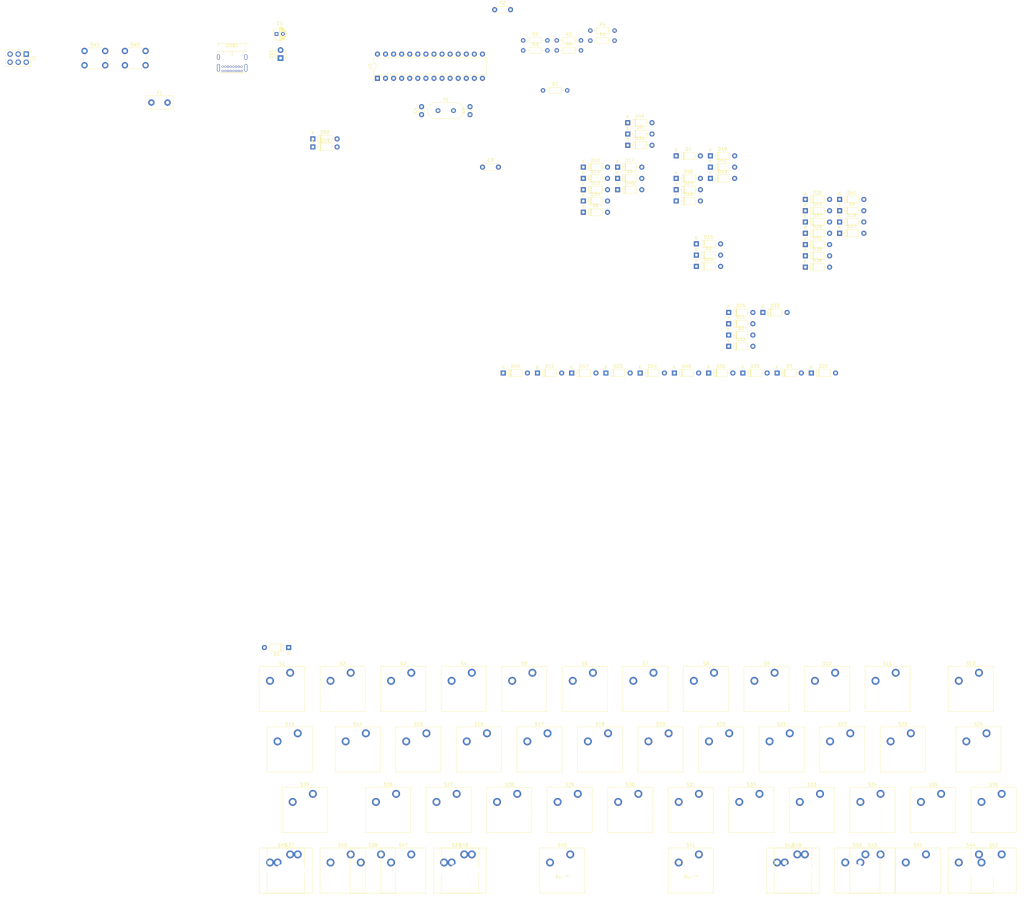
<source format=kicad_pcb>
(kicad_pcb (version 20211014) (generator pcbnew)
  (layers (0 "F.Cu" signal) (31 "B.Cu" signal) (34 "B.Paste" user) (35 "F.Paste" user) (36 "B.SilkS" user "B.Silkscreen") (37 "F.SilkS" user "F.Silkscreen") (38 "B.Mask" user) (39 "F.Mask" user) (44 "Edge.Cuts" user))
  (net 0 "")
  (net 1 "+5V")
  (net 2 "GND")
  (net 3 "XTAL1")
  (net 4 "XTAL2")
  (net 5 "Net-(D1-Pad1)")
  (net 6 "row0")
  (net 7 "Net-(D2-Pad1)")
  (net 8 "Net-(D3-Pad1)")
  (net 9 "Net-(D4-Pad1)")
  (net 10 "Net-(D5-Pad1)")
  (net 11 "Net-(D6-Pad1)")
  (net 12 "Net-(D7-Pad1)")
  (net 13 "Net-(D8-Pad1)")
  (net 14 "Net-(D9-Pad1)")
  (net 15 "Net-(D10-Pad1)")
  (net 16 "Net-(D11-Pad1)")
  (net 17 "Net-(D12-Pad1)")
  (net 18 "Net-(D13-Pad1)")
  (net 19 "row1")
  (net 20 "Net-(D14-Pad1)")
  (net 21 "Net-(D15-Pad1)")
  (net 22 "Net-(D16-Pad1)")
  (net 23 "Net-(D17-Pad1)")
  (net 24 "Net-(D18-Pad1)")
  (net 25 "Net-(D19-Pad1)")
  (net 26 "Net-(D20-Pad1)")
  (net 27 "Net-(D21-Pad1)")
  (net 28 "Net-(D22-Pad1)")
  (net 29 "Net-(D23-Pad1)")
  (net 30 "Net-(D24-Pad1)")
  (net 31 "Net-(D25-Pad1)")
  (net 32 "row2")
  (net 33 "Net-(D26-Pad1)")
  (net 34 "Net-(D27-Pad1)")
  (net 35 "Net-(D28-Pad1)")
  (net 36 "Net-(D29-Pad1)")
  (net 37 "Net-(D30-Pad1)")
  (net 38 "Net-(D31-Pad1)")
  (net 39 "Net-(D32-Pad1)")
  (net 40 "Net-(D33-Pad1)")
  (net 41 "Net-(D34-Pad1)")
  (net 42 "Net-(D35-Pad1)")
  (net 43 "Net-(D36-Pad1)")
  (net 44 "Net-(D37-Pad1)")
  (net 45 "col1")
  (net 46 "Net-(D38-Pad1)")
  (net 47 "Net-(D39-Pad1)")
  (net 48 "Net-(D40-Pad1)")
  (net 49 "Net-(D41-Pad1)")
  (net 51 "Net-(D43-Pad1)")
  (net 53 "Net-(D45-Pad1)")
  (net 54 "Net-(D46-Pad1)")
  (net 55 "Net-(D47-Pad1)")
  (net 56 "Net-(D48-Pad1)")
  (net 57 "D-")
  (net 58 "D+")
  (net 59 "Net-(D51-Pad1)")
  (net 60 "VCC")
  (net 61 "MISO")
  (net 62 "SCK")
  (net 63 "MOSI")
  (net 64 "RESET")
  (net 65 "Net-(R1-Pad2)")
  (net 66 "Net-(R2-Pad2)")
  (net 67 "Net-(R3-Pad1)")
  (net 68 "Net-(R4-Pad1)")
  (net 69 "col0")
  (net 70 "col2")
  (net 71 "col3")
  (net 72 "col4")
  (net 73 "col5")
  (net 74 "col6")
  (net 75 "col7")
  (net 76 "col8")
  (net 77 "col9")
  (net 78 "col10")
  (net 79 "col11")
  (net 80 "BOOT")
  (footprint "Switch_Keyboard_Cherry_MX:SW_Cherry_MX_PCB_1.00u" (layer "F.Cu") (at 232.56875 96.8375)
    (fp_text reference "S23" (at 0 -8) (layer "F.SilkS"))
    (fp_text value "SWITCH_2PIN")
    (pad "" np_thru_hole circle locked (at 0 0) (size 4 4) (drill 4) (layers *.Cu *.Mask))
    (pad "" np_thru_hole circle locked (at 5.08 0) (size 1.75 1.75) (drill 1.75) (layers *.Cu *.Mask))
    (pad "" np_thru_hole circle locked (at -5.08 0) (size 1.75 1.75) (drill 1.75) (layers *.Cu *.Mask))
    (pad "1" thru_hole circle locked (at -3.81 -2.54) (size 2.5 2.5) (drill 1.5) (layers *.Cu "B.Mask") (net 78 "col10"))
    (pad "2" thru_hole circle locked (at 2.54 -5.08) (size 2.5 2.5) (drill 1.5) (layers *.Cu "B.Mask") (net 29 "Net-(D23-Pad1)"))
  )
  (footprint "Switch_Keyboard_Cherry_MX:SW_Cherry_MX_PCB_1.00u" (layer "F.Cu") (at 213.51875 96.8375)
    (fp_text reference "S22" (at 0 -8) (layer "F.SilkS"))
    (fp_text value "SWITCH_2PIN")
    (pad "" np_thru_hole circle locked (at -5.08 0) (size 1.75 1.75) (drill 1.75) (layers *.Cu *.Mask))
    (pad "" np_thru_hole circle locked (at 5.08 0) (size 1.75 1.75) (drill 1.75) (layers *.Cu *.Mask))
    (pad "" np_thru_hole circle locked (at 0 0) (size 4 4) (drill 4) (layers *.Cu *.Mask))
    (pad "1" thru_hole circle locked (at -3.81 -2.54) (size 2.5 2.5) (drill 1.5) (layers *.Cu "B.Mask") (net 77 "col9"))
    (pad "2" thru_hole circle locked (at 2.54 -5.08) (size 2.5 2.5) (drill 1.5) (layers *.Cu "B.Mask") (net 28 "Net-(D22-Pad1)"))
  )
  (footprint "Switch_Keyboard_Cherry_MX:SW_Cherry_MX_PCB_1.00u" (layer "F.Cu") (at 56.35625 77.7875)
    (fp_text reference "S2" (at 0 -8) (layer "F.SilkS"))
    (fp_text value "SWITCH_2PIN")
    (pad "" np_thru_hole circle locked (at 0 0) (size 4 4) (drill 4) (layers *.Cu *.Mask))
    (pad "" np_thru_hole circle locked (at -5.08 0) (size 1.75 1.75) (drill 1.75) (layers *.Cu *.Mask))
    (pad "" np_thru_hole circle locked (at 5.08 0) (size 1.75 1.75) (drill 1.75) (layers *.Cu *.Mask))
    (pad "1" thru_hole circle locked (at -3.81 -2.54) (size 2.5 2.5) (drill 1.5) (layers *.Cu "B.Mask") (net 45 "col1"))
    (pad "2" thru_hole circle locked (at 2.54 -5.08) (size 2.5 2.5) (drill 1.5) (layers *.Cu "B.Mask") (net 7 "Net-(D2-Pad1)"))
  )
  (footprint "Switch_Keyboard_Cherry_MX:SW_Cherry_MX_PCB_1.00u" (layer "F.Cu") (at 132.55625 77.7875)
    (fp_text reference "S6" (at 0 -8) (layer "F.SilkS"))
    (fp_text value "SWITCH_2PIN")
    (pad "" np_thru_hole circle locked (at -5.08 0) (size 1.75 1.75) (drill 1.75) (layers *.Cu *.Mask))
    (pad "" np_thru_hole circle locked (at 5.08 0) (size 1.75 1.75) (drill 1.75) (layers *.Cu *.Mask))
    (pad "" np_thru_hole circle locked (at 0 0) (size 4 4) (drill 4) (layers *.Cu *.Mask))
    (pad "1" thru_hole circle locked (at -3.81 -2.54) (size 2.5 2.5) (drill 1.5) (layers *.Cu "B.Mask") (net 73 "col5"))
    (pad "2" thru_hole circle locked (at 2.54 -5.08) (size 2.5 2.5) (drill 1.5) (layers *.Cu "B.Mask") (net 11 "Net-(D6-Pad1)"))
  )
  (footprint "Diode_THT:D_DO-35_SOD27_P7.62mm_Horizontal" (layer "F.Cu") (at 167.64 -62.23)
    (fp_text reference "D15" (at 3.81 -2.12) (layer "F.SilkS"))
    (fp_text value "DIODE")
    (fp_text user "K" (at 0 -1.8) (layer "F.SilkS"))
    (pad "1" thru_hole rect (at 0 0) (size 1.6 1.6) (drill 0.8) (layers *.Cu *.Mask) (net 21 "Net-(D15-Pad1)"))
    (pad "2" thru_hole oval (at 7.62 0) (size 1.6 1.6) (drill 0.8) (layers *.Cu *.Mask) (net 19 "row1"))
  )
  (footprint "Diode_THT:D_DO-35_SOD27_P7.62mm_Horizontal" (layer "F.Cu") (at 106.88 -21.59)
    (fp_text reference "D45" (at 3.81 -2.12) (layer "F.SilkS"))
    (fp_text value "DIODE")
    (fp_text user "K" (at 0 -1.8) (layer "F.SilkS"))
    (pad "1" thru_hole rect (at 0 0) (size 1.6 1.6) (drill 0.8) (layers *.Cu *.Mask) (net 53 "Net-(D45-Pad1)"))
    (pad "2" thru_hole oval (at 7.62 0) (size 1.6 1.6) (drill 0.8) (layers *.Cu *.Mask) (net 45 "col1"))
  )
  (footprint "Diode_THT:D_DO-35_SOD27_P7.62mm_Horizontal" (layer "F.Cu") (at 39.37 64.77 180)
    (fp_text reference "D1" (at 3.81 -2.12) (layer "F.SilkS"))
    (fp_text value "DIODE")
    (fp_text user "K" (at 0 -1.8) (layer "F.SilkS"))
    (pad "1" thru_hole rect (at 0 0 180) (size 1.6 1.6) (drill 0.8) (layers *.Cu *.Mask) (net 5 "Net-(D1-Pad1)"))
    (pad "2" thru_hole oval (at 7.62 0 180) (size 1.6 1.6) (drill 0.8) (layers *.Cu *.Mask) (net 6 "row0"))
  )
  (footprint "Mounting_Keyboard_Stabilizer:Stabilizer_Cherry_MX_2.00u" (layer "F.Cu") (at 165.89375 134.9375 180)
    (fp_text reference "REF**" (at 0 -2) (layer "F.SilkS"))
    (fp_text value "Stabilizer_Cherry_MX_2.00u")
    (pad "" np_thru_hole circle locked (at 11.938 -6.985 180) (size 3.048 3.048) (drill 3.048) (layers *.Cu *.Mask))
    (pad "" np_thru_hole circle locked (at -11.938 -6.985 180) (size 3.048 3.048) (drill 3.048) (layers *.Cu *.Mask))
    (pad "" np_thru_hole circle locked (at 11.938 8.225 180) (size 3.9878 3.9878) (drill 3.9878) (layers *.Cu *.Mask))
    (pad "" np_thru_hole circle locked (at -11.938 8.225 180) (size 3.9878 3.9878) (drill 3.9878) (layers *.Cu *.Mask))
  )
  (footprint "Switch_Keyboard_Cherry_MX:SW_Cherry_MX_PCB_1.00u" (layer "F.Cu") (at 94.45625 77.7875)
    (fp_text reference "S4" (at 0 -8) (layer "F.SilkS"))
    (fp_text value "SWITCH_2PIN")
    (pad "" np_thru_hole circle locked (at 5.08 0) (size 1.75 1.75) (drill 1.75) (layers *.Cu *.Mask))
    (pad "" np_thru_hole circle locked (at -5.08 0) (size 1.75 1.75) (drill 1.75) (layers *.Cu *.Mask))
    (pad "" np_thru_hole circle locked (at 0 0) (size 4 4) (drill 4) (layers *.Cu *.Mask))
    (pad "1" thru_hole circle locked (at -3.81 -2.54) (size 2.5 2.5) (drill 1.5) (layers *.Cu "B.Mask") (net 71 "col3"))
    (pad "2" thru_hole circle locked (at 2.54 -5.08) (size 2.5 2.5) (drill 1.5) (layers *.Cu "B.Mask") (net 9 "Net-(D4-Pad1)"))
  )
  (footprint "Switch_Keyboard_Cherry_MX:SW_Cherry_MX_PCB_1.75u" (layer "F.Cu") (at 254 134.9375)
    (fp_text reference "S44" (at 0 -8) (layer "F.SilkS"))
    (fp_text value "SWITCH_2PIN")
    (pad "" np_thru_hole circle locked (at 5.08 0) (size 1.75 1.75) (drill 1.75) (layers *.Cu *.Mask))
    (pad "" np_thru_hole circle locked (at 0 0) (size 4 4) (drill 4) (layers *.Cu *.Mask))
    (pad "" np_thru_hole circle locked (at -5.08 0) (size 1.75 1.75) (drill 1.75) (layers *.Cu *.Mask))
    (pad "1" thru_hole circle locked (at -3.81 -2.54) (size 2.5 2.5) (drill 1.5) (layers *.Cu "B.Mask") (net 79 "col11"))
    (pad "2" thru_hole circle locked (at 2.54 -5.08) (size 2.5 2.5) (drill 1.5) (layers *.Cu "B.Mask") (net 56 "Net-(D48-Pad1)"))
  )
  (footprint "Diode_THT:D_DO-35_SOD27_P7.62mm_Horizontal" (layer "F.Cu") (at 132.08 -75.71)
    (fp_text reference "D34" (at 3.81 -2.12) (layer "F.SilkS"))
    (fp_text value "DIODE")
    (fp_text user "K" (at 0 -1.8) (layer "F.SilkS"))
    (pad "1" thru_hole rect (at 0 0) (size 1.6 1.6) (drill 0.8) (layers *.Cu *.Mask) (net 41 "Net-(D34-Pad1)"))
    (pad "2" thru_hole oval (at 7.62 0) (size 1.6 1.6) (drill 0.8) (layers *.Cu *.Mask) (net 32 "row2"))
  )
  (footprint "Diode_THT:D_DO-35_SOD27_P7.62mm_Horizontal" (layer "F.Cu") (at 142.85 -79.26)
    (fp_text reference "D40" (at 3.81 -2.12) (layer "F.SilkS"))
    (fp_text value "DIODE")
    (fp_text user "K" (at 0 -1.8) (layer "F.SilkS"))
    (pad "1" thru_hole rect (at 0 0) (size 1.6 1.6) (drill 0.8) (layers *.Cu *.Mask) (net 48 "Net-(D40-Pad1)"))
    (pad "2" thru_hole oval (at 7.62 0) (size 1.6 1.6) (drill 0.8) (layers *.Cu *.Mask) (net 45 "col1"))
  )
  (footprint "Switch_Keyboard_Cherry_MX:SW_Cherry_MX_PCB_1.50u" (layer "F.Cu") (at 256.38125 96.8375)
    (fp_text reference "S24" (at 0 -8) (layer "F.SilkS"))
    (fp_text value "SWITCH_2PIN")
    (pad "" np_thru_hole circle locked (at 0 0) (size 4 4) (drill 4) (layers *.Cu *.Mask))
    (pad "" np_thru_hole circle locked (at 5.08 0) (size 1.75 1.75) (drill 1.75) (layers *.Cu *.Mask))
    (pad "" np_thru_hole circle locked (at -5.08 0) (size 1.75 1.75) (drill 1.75) (layers *.Cu *.Mask))
    (pad "1" thru_hole circle locked (at -3.81 -2.54) (size 2.5 2.5) (drill 1.5) (layers *.Cu "B.Mask") (net 79 "col11"))
    (pad "2" thru_hole circle locked (at 2.54 -5.08) (size 2.5 2.5) (drill 1.5) (layers *.Cu "B.Mask") (net 30 "Net-(D24-Pad1)"))
  )
  (footprint "Diode_THT:D_DO-35_SOD27_P7.62mm_Horizontal" (layer "F.Cu") (at 201.93 -76.2)
    (fp_text reference "D26" (at 3.81 -2.12) (layer "F.SilkS"))
    (fp_text value "DIODE")
    (fp_text user "K" (at 0 -1.8) (layer "F.SilkS"))
    (pad "1" thru_hole rect (at 0 0) (size 1.6 1.6) (drill 0.8) (layers *.Cu *.Mask) (net 33 "Net-(D26-Pad1)"))
    (pad "2" thru_hole oval (at 7.62 0) (size 1.6 1.6) (drill 0.8) (layers *.Cu *.Mask) (net 32 "row2"))
  )
  (footprint "Switch_Keyboard_Cherry_MX:SW_Cherry_MX_PCB_1.25u" (layer "F.Cu") (at 196.85 134.9375)
    (fp_text reference "S42" (at 0 -8) (layer "F.SilkS"))
    (fp_text value "SWITCH_2PIN")
    (pad "" np_thru_hole circle locked (at -5.08 0) (size 1.75 1.75) (drill 1.75) (layers *.Cu *.Mask))
    (pad "" np_thru_hole circle locked (at 0 0) (size 4 4) (drill 4) (layers *.Cu *.Mask))
    (pad "" np_thru_hole circle locked (at 5.08 0) (size 1.75 1.75) (drill 1.75) (layers *.Cu *.Mask))
    (pad "1" thru_hole circle locked (at -3.81 -2.54) (size 2.5 2.5) (drill 1.5) (layers *.Cu "B.Mask") (net 76 "col8"))
    (pad "2" thru_hole circle locked (at 2.54 -5.08) (size 2.5 2.5) (drill 1.5) (layers *.Cu "B.Mask") (net 53 "Net-(D45-Pad1)"))
  )
  (footprint "Resistor_THT:R_Axial_DIN0204_L3.6mm_D1.6mm_P7.62mm_Horizontal" (layer "F.Cu") (at 113.145199 -126.22)
    (fp_text reference "R5" (at 3.81 -1.92) (layer "F.SilkS"))
    (fp_text value "10k")
    (pad "1" thru_hole circle (at 0 0) (size 1.4 1.4) (drill 0.7) (layers *.Cu *.Mask) (net 1 "+5V"))
    (pad "2" thru_hole oval (at 7.62 0) (size 1.4 1.4) (drill 0.7) (layers *.Cu *.Mask) (net 64 "RESET"))
  )
  (footprint "Resistor_THT:R_Axial_DIN0204_L3.6mm_D1.6mm_P7.62mm_Horizontal" (layer "F.Cu") (at 123.715199 -126.22)
    (fp_text reference "R2" (at 3.81 -1.92) (layer "F.SilkS"))
    (fp_text value "5.1k")
    (pad "1" thru_hole circle (at 0 0) (size 1.4 1.4) (drill 0.7) (layers *.Cu *.Mask) (net 2 "GND"))
    (pad "2" thru_hole oval (at 7.62 0) (size 1.4 1.4) (drill 0.7) (layers *.Cu *.Mask) (net 66 "Net-(R2-Pad2)"))
  )
  (footprint "Diode_THT:D_DO-35_SOD27_P7.62mm_Horizontal" (layer "F.Cu") (at 161.29 -89.91)
    (fp_text reference "D4" (at 3.81 -2.12) (layer "F.SilkS"))
    (fp_text value "DIODE")
    (fp_text user "K" (at 0 -1.8) (layer "F.SilkS"))
    (pad "1" thru_hole rect (at 0 0) (size 1.6 1.6) (drill 0.8) (layers *.Cu *.Mask) (net 9 "Net-(D4-Pad1)"))
    (pad "2" thru_hole oval (at 7.62 0) (size 1.6 1.6) (drill 0.8) (layers *.Cu *.Mask) (net 6 "row0"))
  )
  (footprint "Diode_THT:D_DO-35_SOD27_P7.62mm_Horizontal" (layer "F.Cu") (at 161.29 -79.26)
    (fp_text reference "D29" (at 3.81 -2.12) (layer "F.SilkS"))
    (fp_text value "DIODE")
    (fp_text user "K" (at 0 -1.8) (layer "F.SilkS"))
    (pad "1" thru_hole rect (at 0 0) (size 1.6 1.6) (drill 0.8) (layers *.Cu *.Mask) (net 36 "Net-(D29-Pad1)"))
    (pad "2" thru_hole oval (at 7.62 0) (size 1.6 1.6) (drill 0.8) (layers *.Cu *.Mask) (net 32 "row2"))
  )
  (footprint "Switch_Keyboard_Cherry_MX:SW_Cherry_MX_PCB_1.00u" (layer "F.Cu") (at 37.30625 77.7875)
    (fp_text reference "S1" (at 0 -8) (layer "F.SilkS"))
    (fp_text value "SWITCH_2PIN")
    (pad "" np_thru_hole circle locked (at -5.08 0) (size 1.75 1.75) (drill 1.75) (layers *.Cu *.Mask))
    (pad "" np_thru_hole circle locked (at 0 0) (size 4 4) (drill 4) (layers *.Cu *.Mask))
    (pad "" np_thru_hole circle locked (at 5.08 0) (size 1.75 1.75) (drill 1.75) (layers *.Cu *.Mask))
    (pad "1" thru_hole circle locked (at -3.81 -2.54) (size 2.5 2.5) (drill 1.5) (layers *.Cu "B.Mask") (net 69 "col0"))
    (pad "2" thru_hole circle locked (at 2.54 -5.08) (size 2.5 2.5) (drill 1.5) (layers *.Cu "B.Mask") (net 5 "Net-(D1-Pad1)"))
  )
  (footprint "Switch_Keyboard_Cherry_MX:SW_Cherry_MX_PCB_2.25u" (layer "F.Cu") (at 125.4125 134.9375)
    (fp_text reference "S40" (at 0 -8) (layer "F.SilkS"))
    (fp_text value "SWITCH_2PIN")
    (pad "" np_thru_hole circle locked (at 0 0) (size 4 4) (drill 4) (layers *.Cu *.Mask))
    (pad "" np_thru_hole circle locked (at 5.08 0) (size 1.75 1.75) (drill 1.75) (layers *.Cu *.Mask))
    (pad "" np_thru_hole circle locked (at -5.08 0) (size 1.75 1.75) (drill 1.75) (layers *.Cu *.Mask))
    (pad "1" thru_hole circle locked (at -3.81 -2.54) (size 2.5 2.5) (drill 1.5) (layers *.Cu "B.Mask") (net 72 "col4"))
    (pad "2" thru_hole circle locked (at 2.54 -5.08) (size 2.5 2.5) (drill 1.5) (layers *.Cu "B.Mask") (net 49 "Net-(D41-Pad1)"))
  )
  (footprint "Resistor_THT:R_Axial_DIN0204_L3.6mm_D1.6mm_P7.62mm_Horizontal" (layer "F.Cu") (at 134.285199 -129.32)
    (fp_text reference "R4" (at 3.81 -1.92) (layer "F.SilkS"))
    (fp_text value "75")
    (pad "1" thru_hole circle (at 0 0) (size 1.4 1.4) (drill 0.7) (layers *.Cu *.Mask) (net 68 "Net-(R4-Pad1)"))
    (pad "2" thru_hole oval (at 7.62 0) (size 1.4 1.4) (drill 0.7) (layers *.Cu *.Mask) (net 57 "D-"))
  )
  (footprint "Diode_THT:D_DO-35_SOD27_P7.62mm_Horizontal" (layer "F.Cu") (at 142.85 -86.36)
    (fp_text reference "D17" (at 3.81 -2.12) (layer "F.SilkS"))
    (fp_text value "DIODE")
    (fp_text user "K" (at 0 -1.8) (layer "F.SilkS"))
    (pad "1" thru_hole rect (at 0 0) (size 1.6 1.6) (drill 0.8) (layers *.Cu *.Mask) (net 23 "Net-(D17-Pad1)"))
    (pad "2" thru_hole oval (at 7.62 0) (size 1.6 1.6) (drill 0.8) (layers *.Cu *.Mask) (net 19 "row1"))
  )
  (footprint "Connector_PinHeader_2.54mm:PinHeader_2x03_P2.54mm_Vertical" (layer "F.Cu") (at -43.18 -121.92 -90)
    (fp_text reference "J1" (at 1.27 -2.33 90) (layer "F.SilkS"))
    (fp_text value "AVR-ISP-6")
    (pad "1" thru_hole rect (at 0 0 270) (size 1.7 1.7) (drill 1) (layers *.Cu *.Mask) (net 61 "MISO"))
    (pad "2" thru_hole oval (at 2.54 0 270) (size 1.7 1.7) (drill 1) (layers *.Cu *.Mask) (net 1 "+5V"))
    (pad "3" thru_hole oval (at 0 2.54 270) (size 1.7 1.7) (drill 1) (layers *.Cu *.Mask) (net 62 "SCK"))
    (pad "4" thru_hole oval (at 2.54 2.54 270) (size 1.7 1.7) (drill 1) (layers *.Cu *.Mask) (net 63 "MOSI"))
    (pad "5" thru_hole oval (at 0 5.08 270) (size 1.7 1.7) (drill 1) (layers *.Cu *.Mask) (net 64 "RESET"))
    (pad "6" thru_hole oval (at 2.54 5.08 270) (size 1.7 1.7) (drill 1) (layers *.Cu *.Mask) (net 2 "GND"))
  )
  (footprint "Diode_THT:D_DO-35_SOD27_P7.62mm_Horizontal" (layer "F.Cu") (at 132.08 -86.36)
    (fp_text reference "D20" (at 3.81 -2.12) (layer "F.SilkS"))
    (fp_text value "DIODE")
    (fp_text user "K" (at 0 -1.8) (layer "F.SilkS"))
    (pad "1" thru_hole rect (at 0 0) (size 1.6 1.6) (drill 0.8) (layers *.Cu *.Mask) (net 26 "Net-(D20-Pad1)"))
    (pad "2" thru_hole oval (at 7.62 0) (size 1.6 1.6) (drill 0.8) (layers *.Cu *.Mask) (net 19 "row1"))
  )
  (footprint "Resistor_THT:R_Axial_DIN0204_L3.6mm_D1.6mm_P7.62mm_Horizontal" (layer "F.Cu") (at 119.38 -110.49)
    (fp_text reference "R7" (at 3.81 -1.92) (layer "F.SilkS"))
    (fp_text value "1.5k")
    (pad "1" thru_hole circle (at 0 0) (size 1.4 1.4) (drill 0.7) (layers *.Cu *.Mask) (net 57 "D-"))
    (pad "2" thru_hole oval (at 7.62 0) (size 1.4 1.4) (drill 0.7) (layers *.Cu *.Mask) (net 1 "+5V"))
  )
  (footprint "Diode_THT:D_DO-35_SOD27_P7.62mm_Horizontal" (layer "F.Cu") (at 146.05 -100.33)
    (fp_text reference "D44" (at 3.81 -2.12) (layer "F.SilkS"))
    (fp_text value "DIODE")
    (fp_text user "K" (at 0 -1.8) (layer "F.SilkS"))
    (pad "1" thru_hole rect (at 0 0) (size 1.6 1.6) (drill 0.8) (layers *.Cu *.Mask))
    (pad "2" thru_hole oval (at 7.62 0) (size 1.6 1.6) (drill 0.8) (layers *.Cu *.Mask) (net 45 "col1"))
  )
  (footprint "Diode_THT:D_DO-35_SOD27_P7.62mm_Horizontal" (layer "F.Cu") (at 177.8 -40.64)
    (fp_text reference "D25" (at 3.81 -2.12) (layer "F.SilkS"))
    (fp_text value "DIODE")
    (fp_text user "K" (at 0 -1.8) (layer "F.SilkS"))
    (pad "1" thru_hole rect (at 0 0) (size 1.6 1.6) (drill 0.8) (layers *.Cu *.Mask) (net 31 "Net-(D25-Pad1)"))
    (pad "2" thru_hole oval (at 7.62 0) (size 1.6 1.6) (drill 0.8) (layers *.Cu *.Mask) (net 32 "row2"))
  )
  (footprint "Diode_THT:D_DO-35_SOD27_P7.62mm_Horizontal" (layer "F.Cu") (at 139.19 -21.59)
    (fp_text reference "D23" (at 3.81 -2.12) (layer "F.SilkS"))
    (fp_text value "DIODE")
    (fp_text user "K" (at 0 -1.8) (layer "F.SilkS"))
    (pad "1" thru_hole rect (at 0 0) (size 1.6 1.6) (drill 0.8) (layers *.Cu *.Mask) (net 29 "Net-(D23-Pad1)"))
    (pad "2" thru_hole oval (at 7.62 0) (size 1.6 1.6) (drill 0.8) (layers *.Cu *.Mask) (net 19 "row1"))
  )
  (footprint "Diode_THT:D_DO-35_SOD27_P7.62mm_Horizontal" (layer "F.Cu") (at 146.05 -96.78)
    (fp_text reference "D6" (at 3.81 -2.12) (layer "F.SilkS"))
    (fp_text value "DIODE")
    (fp_text user "K" (at 0 -1.8) (layer "F.SilkS"))
    (pad "1" thru_hole rect (at 0 0) (size 1.6 1.6) (drill 0.8) (layers *.Cu *.Mask) (net 11 "Net-(D6-Pad1)"))
    (pad "2" thru_hole oval (at 7.62 0) (size 1.6 1.6) (drill 0.8) (layers *.Cu *.Mask) (net 6 "row0"))
  )
  (footprint "Switch_Keyboard_Cherry_MX:SW_Cherry_MX_PCB_1.00u" (layer "F.Cu") (at 56.35625 134.9375)
    (fp_text reference "S46" (at 0 -8) (layer "F.SilkS"))
    (fp_text value "SWITCH_2PIN")
    (pad "" np_thru_hole circle locked (at 0 0) (size 4 4) (drill 4) (layers *.Cu *.Mask))
    (pad "" np_thru_hole circle locked (at 5.08 0) (size 1.75 1.75) (drill 1.75) (layers *.Cu *.Mask))
    (pad "" np_thru_hole circle locked (at -5.08 0) (size 1.75 1.75) (drill 1.75) (layers *.Cu *.Mask))
    (pad "1" thru_hole circle locked (at -3.81 -2.54) (size 2.5 2.5) (drill 1.5) (layers *.Cu "B.Mask") (net 45 "col1"))
    (pad "2" thru_hole circle locked (at 2.54 -5.08) (size 2.5 2.5) (drill 1.5) (layers *.Cu "B.Mask") (net 46 "Net-(D38-Pad1)"))
  )
  (footprint "Diode_THT:D_DO-35_SOD27_P7.62mm_Horizontal" (layer "F.Cu") (at 212.7 -76.2)
    (fp_text reference "D41" (at 3.81 -2.12) (layer "F.SilkS"))
    (fp_text value "DIODE")
    (fp_text user "K" (at 0 -1.8) (layer "F.SilkS"))
    (pad "1" thru_hole rect (at 0 0) (size 1.6 1.6) (drill 0.8) (layers *.Cu *.Mask) (net 49 "Net-(D41-Pad1)"))
    (pad "2" thru_hole oval (at 7.62 0) (size 1.6 1.6) (drill 0.8) (layers *.Cu *.Mask) (net 45 "col1"))
  )
  (footprint "Switch_Keyboard_Cherry_MX:SW_Cherry_MX_PCB_1.00u" (layer "F.Cu") (at 108.74375 115.8875)
    (fp_text reference "S28" (at 0 -8) (layer "F.SilkS"))
    (fp_text value "SWITCH_2PIN")
    (pad "" np_thru_hole circle locked (at 5.08 0) (size 1.75 1.75) (drill 1.75) (layers *.Cu *.Mask))
    (pad "" np_thru_hole circle locked (at -5.08 0) (size 1.75 1.75) (drill 1.75) (layers *.Cu *.Mask))
    (pad "" np_thru_hole circle locked (at 0 0) (size 4 4) (drill 4) (layers *.Cu *.Mask))
    (pad "1" thru_hole circle locked (at -3.81 -2.54) (size 2.5 2.5) (drill 1.5) (layers *.Cu "B.Mask") (net 71 "col3"))
    (pad "2" thru_hole circle locked (at 2.54 -5.08) (size 2.5 2.5) (drill 1.5) (layers *.Cu "B.Mask") (net 35 "Net-(D28-Pad1)"))
  )
  (footprint "Capacitor_THT:C_Disc_D4.3mm_W1.9mm_P5.00mm" (layer "F.Cu") (at 100.37 -86.36)
    (fp_text reference "C3" (at 2.5 -2.2) (layer "F.SilkS"))
    (fp_text value "0.1u")
    (pad "1" thru_hole circle (at 0 0) (size 1.6 1.6) (drill 0.8) (layers *.Cu *.Mask) (net 1 "+5V"))
    (pad "2" thru_hole circle (at 5 0) (size 1.6 1.6) (drill 0.8) (layers *.Cu *.Mask) (net 2 "GND"))
  )
  (footprint "Switch_Keyboard_Cherry_MX:SW_Cherry_MX_PCB_1.00u" (layer "F.Cu") (at 184.94375 115.8875)
    (fp_text reference "S32" (at 0 -8) (layer "F.SilkS"))
    (fp_text value "SWITCH_2PIN")
    (pad "" np_thru_hole circle locked (at 0 0) (size 4 4) (drill 4) (layers *.Cu *.Mask))
    (pad "" np_thru_hole circle locked (at -5.08 0) (size 1.75 1.75) (drill 1.75) (layers *.Cu *.Mask))
    (pad "" np_thru_hole circle locked (at 5.08 0) (size 1.75 1.75) (drill 1.75) (layers *.Cu *.Mask))
    (pad "1" thru_hole circle locked (at -3.81 -2.54) (size 2.5 2.5) (drill 1.5) (layers *.Cu "B.Mask") (net 75 "col7"))
    (pad "2" thru_hole circle locked (at 2.54 -5.08) (size 2.5 2.5) (drill 1.5) (layers *.Cu "B.Mask") (net 39 "Net-(D32-Pad1)"))
  )
  (footprint "Switch_Keyboard_Cherry_MX:SW_Cherry_MX_PCB_1.25u" (layer "F.Cu") (at 39.6875 96.8375)
    (fp_text reference "S13" (at 0 -8) (layer "F.SilkS"))
    (fp_text value "SWITCH_2PIN")
    (pad "" np_thru_hole circle locked (at 5.08 0) (size 1.75 1.75) (drill 1.75) (layers *.Cu *.Mask))
    (pad "" np_thru_hole circle locked (at 0 0) (size 4 4) (drill 4) (layers *.Cu *.Mask))
    (pad "" np_thru_hole circle locked (at -5.08 0) (size 1.75 1.75) (drill 1.75) (layers *.Cu *.Mask))
    (pad "1" thru_hole circle locked (at -3.81 -2.54) (size 2.5 2.5) (drill 1.5) (layers *.Cu "B.Mask") (net 69 "col0"))
    (pad "2" thru_hole circle locked (at 2.54 -5.08) (size 2.5 2.5) (drill 1.5) (layers *.Cu "B.Mask") (net 18 "Net-(D13-Pad1)"))
  )
  (footprint "Diode_THT:D_DO-35_SOD27_P7.62mm_Horizontal" (layer "F.Cu") (at 172.06 -82.81)
    (fp_text reference "D13" (at 3.81 -2.12) (layer "F.SilkS"))
    (fp_text value "DIODE")
    (fp_text user "K" (at 0 -1.8) (layer "F.SilkS"))
    (pad "1" thru_hole rect (at 0 0) (size 1.6 1.6) (drill 0.8) (layers *.Cu *.Mask) (net 18 "Net-(D13-Pad1)"))
    (pad "2" thru_hole oval (at 7.62 0) (size 1.6 1.6) (drill 0.8) (layers *.Cu *.Mask) (net 19 "row1"))
  )
  (footprint "Diode_THT:D_DO-35_SOD27_P7.62mm_Horizontal" (layer "F.Cu") (at 212.7 -69.1)
    (fp_text reference "D18" (at 3.81 -2.12) (layer "F.SilkS"))
    (fp_text value "DIODE")
    (fp_text user "K" (at 0 -1.8) (layer "F.SilkS"))
    (pad "1" thru_hole rect (at 0 0) (size 1.6 1.6) (drill 0.8) (layers *.Cu *.Mask) (net 24 "Net-(D18-Pad1)"))
    (pad "2" thru_hole oval (at 7.62 0) (size 1.6 1.6) (drill 0.8) (layers *.Cu *.Mask) (net 19 "row1"))
  )
  (footprint "Switch_Keyboard_Cherry_MX:SW_Cherry_MX_PCB_1.50u" (layer "F.Cu") (at 223.04375 134.9375)
    (fp_text reference "S43" (at 0 -8) (layer "F.SilkS"))
    (fp_text value "SWITCH_2PIN")
    (pad "" np_thru_hole circle locked (at 0 0) (size 4 4) (drill 4) (layers *.Cu *.Mask))
    (pad "" np_thru_hole circle locked (at 5.08 0) (size 1.75 1.75) (drill 1.75) (layers *.Cu *.Mask))
    (pad "" np_thru_hole circle locked (at -5.08 0) (size 1.75 1.75) (drill 1.75) (layers *.Cu *.Mask))
    (pad "1" thru_hole circle locked (at -3.81 -2.54) (size 2.5 2.5) (drill 1.5) (layers *.Cu "B.Mask") (net 77 "col9"))
    (pad "2" thru_hole circle locked (at 2.54 -5.08) (size 2.5 2.5) (drill 1.5) (layers *.Cu "B.Mask") (net 54 "Net-(D46-Pad1)"))
  )
  (footprint "Capacitor_THT:C_Disc_D3.0mm_W1.6mm_P2.50mm" (layer "F.Cu") (at 81.19 -102.87 90)
    (fp_text reference "C4" (at 1.25 -2.05 90) (layer "F.SilkS"))
    (fp_text value "22pF")
    (pad "1" thru_hole circle (at 0 0 90) (size 1.6 1.6) (drill 0.8) (layers *.Cu *.Mask) (net 3 "XTAL1"))
    (pad "2" thru_hole circle (at 2.5 0 90) (size 1.6 1.6) (drill 0.8) (layers *.Cu *.Mask) (net 2 "GND"))
  )
  (footprint "Switch_Keyboard_Cherry_MX:SW_Cherry_MX_PCB_1.00u" (layer "F.Cu") (at 156.36875 96.8375)
    (fp_text reference "S19" (at 0 -8) (layer "F.SilkS"))
    (fp_text value "SWITCH_2PIN")
    (pad "" np_thru_hole circle locked (at 0 0) (size 4 4) (drill 4) (layers *.Cu *.Mask))
    (pad "" np_thru_hole circle locked (at 5.08 0) (size 1.75 1.75) (drill 1.75) (layers *.Cu *.Mask))
    (pad "" np_thru_hole circle locked (at -5.08 0) (size 1.75 1.75) (drill 1.75) (layers *.Cu *.Mask))
    (pad "1" thru_hole circle locked (at -3.81 -2.54) (size 2.5 2.5) (drill 1.5) (layers *.Cu "B.Mask") (net 74 "col6"))
    (pad "2" thru_hole circle locked (at 2.54 -5.08) (size 2.5 2.5) (drill 1.5) (layers *.Cu "B.Mask") (net 25 "Net-(D19-Pad1)"))
  )
  (footprint "Switch_Keyboard_Cherry_MX:SW_Cherry_MX_PCB_1.50u" (layer "F.Cu") (at 65.88125 134.9375)
    (fp_text reference "S38" (at 0 -8) (layer "F.SilkS"))
    (fp_text value "SWITCH_2PIN")
    (pad "" np_thru_hole circle locked (at -5.08 0) (size 1.75 1.75) (drill 1.75) (layers *.Cu *.Mask))
    (pad "" np_thru_hole circle locked (at 5.08 0) (size 1.75 1.75) (drill 1.75) (layers *.Cu *.Mask))
    (pad "" np_thru_hole circle locked (at 0 0) (size 4 4) (drill 4) (layers *.Cu *.Mask))
    (pad "1" thru_hole circle locked (at -3.81 -2.54) (size 2.5 2.5) (drill 1.5) (layers *.Cu "B.Mask") (net 45 "col1"))
    (pad "2" thru_hole circle locked (at 2.54 -5.08) (size 2.5 2.5) (drill 1.5) (layers *.Cu "B.Mask") (net 46 "Net-(D38-Pad1)"))
  )
  (footprint "Switch_Keyboard_Cherry_MX:SW_Cherry_MX_PCB_1.00u" (layer "F.Cu") (at 165.89375 115.8875)
    (fp_text reference "S31" (at 0 -8) (layer "F.SilkS"))
    (fp_text value "SWITCH_2PIN")
    (pad "" np_thru_hole circle locked (at 5.08 0) (size 1.75 1.75) (drill 1.75) (layers *.Cu *.Mask))
    (pad "" np_thru_hole circle locked (at 0 0) (size 4 4) (drill 4) (layers *.Cu *.Mask))
    (pad "" np_thru_hole circle locked (at -5.08 0) (size 1.75 1.75) (drill 1.75) (layers *.Cu *.Mask))
    (pad "1" thru_hole circle locked (at -3.81 -2.54) (size 2.5 2.5) (drill 1.5) (layers *.Cu "B.Mask") (net 74 "col6"))
    (pad "2" thru_hole circle locked (at 2.54 -5.08) (size 2.5 2.5) (drill 1.5) (layers *.Cu "B.Mask") (net 38 "Net-(D31-Pad1)"))
  )
  (footprint "Diode_THT:D_DO-35_SOD27_P7.62mm_Horizontal" (layer "F.Cu") (at 46.99 -95.25)
    (fp_text reference "D50" (at 3.81 -2.12) (layer "F.SilkS"))
    (fp_text value "3.6V")
    (fp_text user "K" (at 0 -1.8) (layer "F.SilkS"))
    (pad "1" thru_hole rect (at 0 0) (size 1.6 1.6) (drill 0.8) (layers *.Cu *.Mask) (net 58 "D+"))
    (pad "2" thru_hole oval (at 7.62 0) (size 1.6 1.6) (drill 0.8) (layers *.Cu *.Mask) (net 2 "GND"))
  )
  (footprint "Switch_Keyboard_Cherry_MX:SW_Cherry_MX_PCB_1.00u" (layer "F.Cu") (at 127.79375 115.8875)
    (fp_text reference "S29" (at 0 -8) (layer "F.SilkS"))
    (fp_text value "SWITCH_2PIN")
    (pad "" np_thru_hole circle locked (at 0 0) (size 4 4) (drill 4) (layers *.Cu *.Mask))
    (pad "" np_thru_hole circle locked (at 5.08 0) (size 1.75 1.75) (drill 1.75) (layers *.Cu *.Mask))
    (pad "" np_thru_hole circle locked (at -5.08 0) (size 1.75 1.75) (drill 1.75) (layers *.Cu *.Mask))
    (pad "1" thru_hole circle locked (at -3.81 -2.54) (size 2.5 2.5) (drill 1.5) (layers *.Cu "B.Mask") (net 72 "col4"))
    (pad "2" thru_hole circle locked (at 2.54 -5.08) (size 2.5 2.5) (drill 1.5) (layers *.Cu "B.Mask") (net 36 "Net-(D29-Pad1)"))
  )
  (footprint "Diode_THT:D_DO-35_SOD27_P7.62mm_Horizontal" (layer "F.Cu") (at 161.29 -82.81)
    (fp_text reference "D48" (at 3.81 -2.12) (layer "F.SilkS"))
    (fp_text value "DIODE")
    (fp_text user "K" (at 0 -1.8) (layer "F.SilkS"))
    (pad "1" thru_hole rect (at 0 0) (size 1.6 1.6) (drill 0.8) (layers *.Cu *.Mask) (net 56 "Net-(D48-Pad1)"))
    (pad "2" thru_hole oval (at 7.62 0) (size 1.6 1.6) (drill 0.8) (layers *.Cu *.Mask) (net 45 "col1"))
  )
  (footprint "Capacitor_THT:C_Disc_D4.3mm_W1.9mm_P5.00mm" (layer "F.Cu") (at 104.18 -135.89)
    (fp_text reference "C2" (at 2.5 -2.2) (layer "F.SilkS"))
    (fp_text value "0.1u")
    (pad "1" thru_hole circle (at 0 0) (size 1.6 1.6) (drill 0.8) (layers *.Cu *.Mask) (net 1 "+5V"))
    (pad "2" thru_hole circle (at 5 0) (size 1.6 1.6) (drill 0.8) (layers *.Cu *.Mask) (net 2 "GND"))
  )
  (footprint "Diode_THT:D_DO-35_SOD27_P7.62mm_Horizontal" (layer "F.Cu") (at 201.93 -72.65)
    (fp_text reference "D43" (at 3.81 -2.12) (layer "F.SilkS"))
    (fp_text value "DIODE")
    (fp_text user "K" (at 0 -1.8) (layer "F.SilkS"))
    (pad "1" thru_hole rect (at 0 0) (size 1.6 1.6) (drill 0.8) (layers *.Cu *.Mask) (net 51 "Net-(D43-Pad1)"))
    (pad "2" thru_hole oval (at 7.62 0) (size 1.6 1.6) (drill 0.8) (layers *.Cu *.Mask) (net 45 "col1"))
  )
  (footprint "Switch_Keyboard_Cherry_MX:SW_Cherry_MX_PCB_1.00u" (layer "F.Cu") (at 237.33125 134.9375)
    (fp_text reference "S51" (at 0 -8) (layer "F.SilkS"))
    (fp_text value "SWITCH_2PIN")
    (pad "" np_thru_hole circle locked (at 0 0) (size 4 4) (drill 4) (layers *.Cu *.Mask))
    (pad "" np_thru_hole circle locked (at -5.08 0) (size 1.75 1.75) (drill 1.75) (layers *.Cu *.Mask))
    (pad "" np_thru_hole circle locked (at 5.08 0) (size 1.75 1.75) (drill 1.75) (layers *.Cu *.Mask))
    (pad "1" thru_hole circle locked (at -3.81 -2.54) (size 2.5 2.5) (drill 1.5) (layers *.Cu "B.Mask") (net 78 "col10"))
    (pad "2" thru_hole circle locked (at 2.54 -5.08) (size 2.5 2.5) (drill 1.5) (layers *.Cu "B.Mask") (net 55 "Net-(D47-Pad1)"))
  )
  (footprint "Diode_THT:D_DO-35_SOD27_P7.62mm_Horizontal" (layer "F.Cu") (at 149.96 -21.59)
    (fp_text reference "D24" (at 3.81 -2.12) (layer "F.SilkS"))
    (fp_text value "DIODE")
    (fp_text user "K" (at 0 -1.8) (layer "F.SilkS"))
    (pad "1" thru_hole rect (at 0 0) (size 1.6 1.6) (drill 0.8) (layers *.Cu *.Mask) (net 30 "Net-(D24-Pad1)"))
    (pad "2" thru_hole oval (at 7.62 0) (size 1.6 1.6) (drill 0.8) (layers *.Cu *.Mask) (net 19 "row1"))
  )
  (footprint "Package_DIP:DIP-28_W7.62mm" (layer "F.Cu") (at 67.31 -114.3 90)
    (fp_text reference "U1" (at 3.81 -2.33 90) (layer "F.SilkS"))
    (fp_text value "ATmega328P-P")
    (pad "1" thru_hole rect (at 0 0 90) (size 1.6 1.6) (drill 0.8) (layers *.Cu *.Mask) (net 64 "RESET"))
    (pad "2" thru_hole oval (at 0 2.54 90) (size 1.6 1.6) (drill 0.8) (layers *.Cu *.Mask))
    (pad "3" thru_hole oval (at 0 5.08 90) (size 1.6 1.6) (drill 0.8) (layers *.Cu *.Mask))
    (pad "4" thru_hole oval (at 0 7.62 90) (size 1.6 1.6) (drill 0.8) (layers *.Cu *.Mask) (net 67 "Net-(R3-Pad1)"))
    (pad "5" thru_hole oval (at 0 10.16 90) (size 1.6 1.6) (drill 0.8) (layers *.Cu *.Mask) (net 68 "Net-(R4-Pad1)"))
    (pad "6" thru_hole oval (at 0 12.7 90) (size 1.6 1.6) (drill 0.8) (layers *.Cu *.Mask))
    (pad "7" thru_hole oval (at 0 15.24 90) (size 1.6 1.6) (drill 0.8) (layers *.Cu *.Mask) (net 1 "+5V"))
    (pad "8" thru_hole oval (at 0 17.78 90) (size 1.6 1.6) (drill 0.8) (layers *.Cu *.Mask) (net 2 "GND"))
    (pad "9" thru_hole oval (at 0 20.32 90) (size 1.6 1.6) (drill 0.8) (layers *.Cu *.Mask) (net 3 "XTAL1"))
    (pad "10" thru_hole oval (at 0 22.86 90) (size 1.6 1.6) (drill 0.8) (layers *.Cu *.Mask) (net 4 "XTAL2"))
    (pad "11" thru_hole oval (at 0 25.4 90) (size 1.6 1.6) (drill 0.8) (layers *.Cu *.Mask) (net 80 "BOOT"))
    (pad "12" thru_hole oval (at 0 27.94 90) (size 1.6 1.6) (drill 0.8) (layers *.Cu *.Mask))
    (pad "13" thru_hole oval (at 0 30.48 90) (size 1.6 1.6) (drill 0.8) (layers *.Cu *.Mask))
    (pad "14" thru_hole oval (at 0 33.02 90) (size 1.6 1.6) (drill 0.8) (layers *.Cu *.Mask))
    (pad "15" thru_hole oval (at 7.62 33.02 90) (size 1.6 1.6) (drill 0.8) (layers *.Cu *.Mask))
    (pad "16" thru_hole oval (at 7.62 30.48 90) (size 1.6 1.6) (drill 0.8) (layers *.Cu *.Mask))
    (pad "17" thru_hole oval (at 7.62 27.94 90) (size 1.6 1.6) (drill 0.8) (layers *.Cu *.Mask) (net 63 "MOSI"))
    (pad "18" thru_hole oval (at 7.62 25.4 90) (size 1.6 1.6) (drill 0.8) (layers *.Cu *.Mask) (net 61 "MISO"))
    (pad "19" thru_hole oval (at 7.62 22.86 90) (size 1.6 1.6) (drill 0.8) (layers *.Cu *.Mask) (net 62 "SCK"))
    (pad "20" thru_hole oval (at 7.62 20.32 90) (size 1.6 1.6) (drill 0.8) (layers *.Cu *.Mask) (net 1 "+5V"))
    (pad "21" thru_hole oval (at 7.62 17.78 90) (size 1.6 1.6) (drill 0.8) (layers *.Cu *.Mask))
    (pad "22" thru_hole oval (at 7.62 15.24 90) (size 1.6 1.6) (drill 0.8) (layers *.Cu *.Mask) (net 2 "GND"))
    (pad "23" thru_hole oval (at 7.62 12.7 90) (size 1.6 1.6) (drill 0.8) (layers *.Cu *.Mask))
    (pad "24" thru_hole oval (at 7.62 10.16 90) (size 1.6 1.6) (drill 0.8) (layers *.Cu *.Mask))
    (pad "25" thru_hole oval (at 7.62 7.62 90) (size 1.6 1.6) (drill 0.8) (layers *.Cu *.Mask))
    (pad "26" thru_hole oval (at 7.62 5.08 90) (size 1.6 1.6) (drill 0.8) (layers *.Cu *.Mask))
    (pad "27" thru_hole oval (at 7.62 2.54 90) (size 1.6 1.6) (drill 0.8) (layers *.Cu *.Mask))
    (pad "28" thru_hole oval (at 7.62 0 90) (size 1.6 1.6) (drill 0.8) (layers *.Cu *.Mask))
  )
  (footprint "Switch_Keyboard_Cherry_MX:SW_Cherry_MX_PCB_1.00u" (layer "F.Cu") (at 203.99375 115.8875)
    (fp_text reference "S33" (at 0 -8) (layer "F.SilkS"))
    (fp_text value "SWITCH_2PIN")
    (pad "" np_thru_hole circle locked (at -5.08 0) (size 1.75 1.75) (drill 1.75) (layers *.Cu *.Mask))
    (pad "" np_thru_hole circle locked (at 0 0) (size 4 4) (drill 4) (layers *.Cu *.Mask))
    (pad "" np_thru_hole circle locked (at 5.08 0) (size 1.75 1.75) (drill 1.75) (layers *.Cu *.Mask))
    (pad "1" thru_hole circle locked (at -3.81 -2.54) (size 2.5 2.5) (drill 1.5) (layers *.Cu "B.Mask") (net 76 "col8"))
    (pad "2" thru_hole circle locked (at 2.54 -5.08) (size 2.5 2.5) (drill 1.5) (layers *.Cu "B.Mask") (net 40 "Net-(D33-Pad1)"))
  )
  (footprint "Switch_Keyboard_Cherry_MX:SW_Cherry_MX_PCB_1.00u" (layer "F.Cu") (at 61.11875 96.8375)
    (fp_text reference "S14" (at 0 -8) (layer "F.SilkS"))
    (fp_text value "SWITCH_2PIN")
    (pad "" np_thru_hole circle locked (at 0 0) (size 4 4) (drill 4) (layers *.Cu *.Mask))
    (pad "" np_thru_hole circle locked (at -5.08 0) (size 1.75 1.75) (drill 1.75) (layers *.Cu *.Mask))
    (pad "" np_thru_hole circle locked (at 5.08 0) (size 1.75 1.75) (drill 1.75) (layers *.Cu *.Mask))
    (pad "1" thru_hole circle locked (at -3.81 -2.54) (size 2.5 2.5) (drill 1.5) (layers *.Cu "B.Mask") (net 45 "col1"))
    (pad "2" thru_hole circle locked (at 2.54 -5.08) (size 2.5 2.5) (drill 1.5) (layers *.Cu "B.Mask") (net 20 "Net-(D14-Pad1)"))
  )
  (footprint "Switch_Keyboard_Cherry_MX:SW_Cherry_MX_PCB_1.75u" (layer "F.Cu") (at 254 77.7875)
    (fp_text reference "S12" (at 0 -8) (layer "F.SilkS"))
    (fp_text value "SWITCH_2PIN")
    (pad "" np_thru_hole circle locked (at 0 0) (size 4 4) (drill 4) (layers *.Cu *.Mask))
    (pad "" np_thru_hole circle locked (at 5.08 0) (size 1.75 1.75) (drill 1.75) (layers *.Cu *.Mask))
    (pad "" np_thru_hole circle locked (at -5.08 0) (size 1.75 1.75) (drill 1.75) (layers *.Cu *.Mask))
    (pad "1" thru_hole circle locked (at -3.81 -2.54) (size 2.5 2.5) (drill 1.5) (layers *.Cu "B.Mask") (net 79 "col11"))
    (pad "2" thru_hole circle locked (at 2.54 -5.08) (size 2.5 2.5) (drill 1.5) (layers *.Cu "B.Mask") (net 17 "Net-(D12-Pad1)"))
  )
  (footprint "Diode_THT:D_DO-35_SOD27_P7.62mm_Horizontal" (layer "F.Cu") (at 146.05 -93.23)
    (fp_text reference "D30" (at 3.81 -2.12) (layer "F.SilkS"))
    (fp_text value "DIODE")
    (fp_text user "K" (at 0 -1.8) (layer "F.SilkS"))
    (pad "1" thru_hole rect (at 0 0) (size 1.6 1.6) (drill 0.8) (layers *.Cu *.Mask) (net 37 "Net-(D30-Pad1)"))
    (pad "2" thru_hole oval (at 7.62 0) (size 1.6 1.6) (drill 0.8) (layers *.Cu *.Mask) (net 32 "row2"))
  )
  (footprint "Switch_Keyboard_Cherry_MX:SW_Cherry_MX_PCB_1.00u" (layer "F.Cu") (at 208.75625 77.7875)
    (fp_text reference "S10" (at 0 -8) (layer "F.SilkS"))
    (fp_text value "SWITCH_2PIN")
    (pad "" np_thru_hole circle locked (at -5.08 0) (size 1.75 1.75) (drill 1.75) (layers *.Cu *.Mask))
    (pad "" np_thru_hole circle locked (at 5.08 0) (size 1.75 1.75) (drill 1.75) (layers *.Cu *.Mask))
    (pad "" np_thru_hole circle locked (at 0 0) (size 4 4) (drill 4) (layers *.Cu *.Mask))
    (pad "1" thru_hole circle locked (at -3.81 -2.54) (size 2.5 2.5) (drill 1.5) (layers *.Cu "B.Mask") (net 77 "col9"))
    (pad "2" thru_hole circle locked (at 2.54 -5.08) (size 2.5 2.5) (drill 1.5) (layers *.Cu "B.Mask") (net 15 "Net-(D10-Pad1)"))
  )
  (footprint "Switch_Keyboard_Cherry_MX:SW_Cherry_MX_PCB_1.00u" (layer "F.Cu") (at 94.45625 134.9375)
    (fp_text reference "S48" (at 0 -8) (layer "F.SilkS"))
    (fp_text value "SWITCH_2PIN")
    (pad "" np_thru_hole circle locked (at -5.08 0) (size 1.75 1.75) (drill 1.75) (layers *.Cu *.Mask))
    (pad "" np_thru_hole circle locked (at 5.08 0) (size 1.75 1.75) (drill 1.75) (layers *.Cu *.Mask))
    (pad "" np_thru_hole circle locked (at 0 0) (size 4 4) (drill 4) (layers *.Cu *.Mask))
    (pad "1" thru_hole circle locked (at -3.81 -2.54) (size 2.5 2.5) (drill 1.5) (layers *.Cu "B.Mask") (net 71 "col3"))
    (pad "2" thru_hole circle locked (at 2.54 -5.08) (size 2.5 2.5) (drill 1.5) (layers *.Cu "B.Mask") (net 48 "Net-(D40-Pad1)"))
  )
  (footprint "Diode_THT:D_DO-35_SOD27_P7.62mm_Horizontal" (layer "F.Cu") (at 201.93 -62)
    (fp_text reference "D31" (at 3.81 -2.12) (layer "F.SilkS"))
    (fp_text value "DIODE")
    (fp_text user "K" (at 0 -1.8) (layer "F.SilkS"))
    (pad "1" thru_hole rect (at 0 0) (size 1.6 1.6) (drill 0.8) (layers *.Cu *.Mask) (net 38 "Net-(D31-Pad1)"))
    (pad "2" thru_hole oval (at 7.62 0) (size 1.6 1.6) (drill 0.8) (layers *.Cu *.Mask) (net 32 "row2"))
  )
  (footprint "Diode_THT:D_DO-35_SOD27_P7.62mm_Horizontal" (layer "F.Cu") (at 132.08 -82.81)
    (fp_text reference "D14" (at 3.81 -2.12) (layer "F.SilkS"))
    (fp_text value "DIODE")
    (fp_text user "K" (at 0 -1.8) (layer "F.SilkS"))
    (pad "1" thru_hole rect (at 0 0) (size 1.6 1.6) (drill 0.8) (layers *.Cu *.Mask) (net 20 "Net-(D14-Pad1)"))
    (pad "2" thru_hole oval (at 7.62 0) (size 1.6 1.6) (drill 0.8) (layers *.Cu *.Mask) (net 19 "row1"))
  )
  (footprint "Switch_Keyboard_Cherry_MX:SW_Cherry_MX_PCB_1.00u" (layer "F.Cu") (at 75.40625 134.9375)
    (fp_text reference "S47" (at 0 -8) (layer "F.SilkS"))
    (fp_text value "SWITCH_2PIN")
    (pad "" np_thru_hole circle locked (at -5.08 0) (size 1.75 1.75) (drill 1.75) (layers *.Cu *.Mask))
    (pad "" np_thru_hole circle locked (at 5.08 0) (size 1.75 1.75) (drill 1.75) (layers *.Cu *.Mask))
    (pad "" np_thru_hole circle locked (at 0 0) (size 4 4) (drill 4) (layers *.Cu *.Mask))
    (pad "1" thru_hole circle locked (at -3.81 -2.54) (size 2.5 2.5) (drill 1.5) (layers *.Cu "B.Mask") (net 70 "col2"))
    (pad "2" thru_hole circle locked (at 2.54 -5.08) (size 2.5 2.5) (drill 1.5) (layers *.Cu "B.Mask") (net 47 "Net-(D39-Pad1)"))
  )
  (footprint "Type-C:USB_C_GCT_USB4085" (layer "F.Cu") (at 21.59 -122.725 180)
    (fp_text reference "USB1" (at 0 1.85) (layer "F.SilkS"))
    (fp_text value "USB_C_GCT_USB4085")
    (pad "A1" thru_hole circle locked (at -2.975 -6.1 180) (size 0.65 0.65) (drill 0.4) (layers *.Cu *.Mask))
    (pad "A4" thru_hole circle locked (at -2.125 -6.1 180) (size 0.65 0.65) (drill 0.4) (layers *.Cu *.Mask))
    (pad "A5" thru_hole circle locked (at -1.275 -6.1 180) (size 0.65 0.65) (drill 0.4) (layers *.Cu *.Mask))
    (pad "A6" thru_hole circle locked (at -0.425 -6.1 180) (size 0.65 0.65) (drill 0.4) (layers *.Cu *.Mask))
    (pad "A7" thru_hole circle locked (at 0.425 -6.1 180) (size 0.65 0.65) (drill 0.4) (layers *.Cu *.Mask))
    (pad "A8" thru_hole circle locked (at 1.275 -6.1 180) (size 0.65 0.65) (drill 0.4) (layers *.Cu *.Mask))
    (pad "A9" thru_hole circle locked (at 2.125 -6.1 180) (size 0.65 0.65) (drill 0.4) (layers *.Cu *.Mask))
    (pad "A12" thru_hole circle locked (at 2.975 -6.1 180) (size 0.65 0.65) (drill 0.4) (layers *.Cu *.Mask))
    (pad "B1" thru_hole circle locked (at 2.98 -4.775 180) (size 0.65 0.65) (drill 0.4) (layers *.Cu *.Mask))
    (pad "B4" thru_hole circle locked (at 2.13 -4.775 180) (size 0.65 0.65) (drill 0.4) (layers *.Cu *.Mask))
    (pad "B5" thru_hole circle locked (at 1.28 -4.775 180) (size 0.65 0.65) (drill 0.4) (layers *.Cu *.Mask))
    (pad "B6" thru_hole circle locked (at 0.43 -4.775 180) (size 0.65 0.65) (drill 0.4) (layers *.Cu *.Mask))
    (pad "B7" thru_hole circle locked (at -0.42 -4.775 180) (size 0.65 0.65) (drill 0.4) (layers *.Cu *.Mask))
    (pad "B8" thru_hole circle locked (at -1.27 -4.775 180) (size 0.65 0.65) (drill 0.4) (layers *.Cu *.Mask))
    (pad "B9" thru_hole circle locked (at -2.12 -4.775 180) (size 0.65 0.65) (drill 0.4) (layers *.Cu *.Mask))
    (pad "B12" thru_hole circle locked (at -2.975 -4.775 180) (size 0.65 0.65) (drill 0.4) (layers *.Cu *.Mask))
    (pad "S1" thru_hole oval locked (at -4.325 -1.74 180) (size 0.9 1.7) (drill oval 0.6 1.4) (layers *.Cu *.Mask))
    (pad "S1" thru_hole oval locked (at 4.325 -1.74 180) (size 0.9 1.7) (drill oval 0.6 1.4) (layers *.Cu *.Mask))
    (pad "S1" thru_hole oval locked (at 4.325 -5.12 180) (size 0.9 2.4) (drill oval 0.6 2.1) (layers *.Cu *.Mask))
    (pad "S1" thru_hole oval locked (at -4.325 -5.12 180) (size 0.9 2.4) (drill oval 0.6 2.1) (layers *.Cu *.Mask))
  )
  (footprint "Switch_Keyboard_Cherry_MX:SW_Cherry_MX_PCB_1.00u" (layer "F.Cu") (at 218.28125 134.9375)
    (fp_text reference "S50" (at 0 -8) (layer "F.SilkS"))
    (fp_text value "SWITCH_2PIN")
    (pad "" np_thru_hole circle locked (at 5.08 0) (size 1.75 1.75) (drill 1.75) (layers *.Cu *.Mask))
    (pad "" np_thru_hole circle locked (at 0 0) (size 4 4) (drill 4) (layers *.Cu *.Mask))
    (pad "" np_thru_hole circle locked (at -5.08 0) (size 1.75 1.75) (drill 1.75) (layers *.Cu *.Mask))
    (pad "1" thru_hole circle locked (at -3.81 -2.54) (size 2.5 2.5) (drill 1.5) (layers *.Cu "B.Mask") (net 77 "col9"))
    (pad "2" thru_hole circle locked (at 2.54 -5.08) (size 2.5 2.5) (drill 1.5) (layers *.Cu "B.Mask") (net 54 "Net-(D46-Pad1)"))
  )
  (footprint "Switch_Keyboard_Cherry_MX:SW_Cherry_MX_PCB_1.25u" (layer "F.Cu") (at 39.6875 134.9375)
    (fp_text reference "S37" (at 0 -8) (layer "F.SilkS"))
    (fp_text value "SWITCH_2PIN")
    (pad "" np_thru_hole circle locked (at 5.08 0) (size 1.75 1.75) (drill 1.75) (layers *.Cu *.Mask))
    (pad "" np_thru_hole circle locked (at 0 0) (size 4 4) (drill 4) (layers *.Cu *.Mask))
    (pad "" np_thru_hole circle locked (at -5.08 0) (size 1.75 1.75) (drill 1.75) (layers *.Cu *.Mask))
    (pad "1" thru_hole circle locked (at -3.81 -2.54) (size 2.5 2.5) (drill 1.5) (layers *.Cu "B.Mask") (net 69 "col0"))
    (pad "2" thru_hole circle locked (at 2.54 -5.08) (size 2.5 2.5) (drill 1.5) (layers *.Cu "B.Mask") (net 44 "Net-(D37-Pad1)"))
  )
  (footprint "Switch_Keyboard_Cherry_MX:SW_Cherry_MX_PCB_1.50u" (layer "F.Cu") (at 199.23125 134.9375)
    (fp_text reference "S49" (at 0 -8) (layer "F.SilkS"))
    (fp_text value "SWITCH_2PIN")
    (pad "" np_thru_hole circle locked (at 5.08 0) (size 1.75 1.75) (drill 1.75) (layers *.Cu *.Mask))
    (pad "" np_thru_hole circle locked (at 0 0) (size 4 4) (drill 4) (layers *.Cu *.Mask))
    (pad "" np_thru_hole circle locked (at -5.08 0) (size 1.75 1.75) (drill 1.75) (layers *.Cu *.Mask))
    (pad "1" thru_hole circle locked (at -3.81 -2.54) (size 2.5 2.5) (drill 1.5) (layers *.Cu "B.Mask") (net 76 "col8"))
    (pad "2" thru_hole circle locked (at 2.54 -5.08) (size 2.5 2.5) (drill 1.5) (layers *.Cu "B.Mask") (net 53 "Net-(D45-Pad1)"))
  )
  (footprint "Diode_THT:D_DO-35_SOD27_P7.62mm_Horizontal" (layer "F.Cu") (at 117.65 -21.59)
    (fp_text reference "D16" (at 3.81 -2.12) (layer "F.SilkS"))
    (fp_text value "DIODE")
    (fp_text user "K" (at 0 -1.8) (layer "F.SilkS"))
    (pad "1" thru_hole rect (at 0 0) (size 1.6 1.6) (drill 0.8) (layers *.Cu *.Mask) (net 22 "Net-(D16-Pad1)"))
    (pad "2" thru_hole oval (at 7.62 0) (size 1.6 1.6) (drill 0.8) (layers *.Cu *.Mask) (net 19 "row1"))
  )
  (footprint "Diode_THT:D_DO-35_SOD27_P7.62mm_Horizontal" (layer "F.Cu") (at 188.57 -40.64)
    (fp_text reference "D33" (at 3.81 -2.12) (layer "F.SilkS"))
    (fp_text value "DIODE")
    (fp_text user "K" (at 0 -1.8) (layer "F.SilkS"))
    (pad "1" thru_hole rect (at 0 0) (size 1.6 1.6) (drill 0.8) (layers *.Cu *.Mask) (net 40 "Net-(D33-Pad1)"))
    (pad "2" thru_hole oval (at 7.62 0) (size 1.6 1.6) (drill 0.8) (layers *.Cu *.Mask) (net 32 "row2"))
  )
  (footprint "Switch_Keyboard_Cherry_MX:SW_Cherry_MX_PCB_1.00u" (layer "F.Cu") (at 118.26875 96.8375)
    (fp_text reference "S17" (at 0 -8) (layer "F.SilkS"))
    (fp_text value "SWITCH_2PIN")
    (pad "" np_thru_hole circle locked (at 0 0) (size 4 4) (drill 4) (layers *.Cu *.Mask))
    (pad "" np_thru_hole circle locked (at 5.08 0) (size 1.75 1.75) (drill 1.75) (layers *.Cu *.Mask))
    (pad "" np_thru_hole circle locked (at -5.08 0) (size 1.75 1.75) (drill 1.75) (layers *.Cu *.Mask))
    (pad "1" thru_hole circle locked (at -3.81 -2.54) (size 2.5 2.5) (drill 1.5) (layers *.Cu "B.Mask") (net 72 "col4"))
    (pad "2" thru_hole circle locked (at 2.54 -5.08) (size 2.5 2.5) (drill 1.5) (layers *.Cu "B.Mask") (net 23 "Net-(D17-Pad1)"))
  )
  (footprint "Diode_THT:D_DO-35_SOD27_P7.62mm_Horizontal" (layer "F.Cu") (at 128.42 -21.59)
    (fp_text reference "D47" (at 3.81 -2.12) (layer "F.SilkS"))
    (fp_text value "DIODE")
    (fp_text user "K" (at 0 -1.8) (layer "F.SilkS"))
    (pad "1" thru_hole rect (at 0 0) (size 1.6 1.6) (drill 0.8) (layers *.Cu *.Mask) (net 55 "Net-(D47-Pad1)"))
    (pad "2" thru_hole oval (at 7.62 0) (size 1.6 1.6) (drill 0.8) (layers *.Cu *.Mask) (net 45 "col1"))
  )
  (footprint "Mounting_Keyboard_Stabilizer:Stabilizer_Cherry_MX_2.00u" (layer "F.Cu") (at 125.4125 134.9375 180)
    (fp_text reference "REF**" (at 0 -2) (layer "F.SilkS"))
    (fp_text value "Stabilizer_Cherry_MX_2.00u")
    (pad "" np_thru_hole circle locked (at -11.938 -6.985 180) (size 3.048 3.048) (drill 3.048) (layers *.Cu *.Mask))
    (pad "" np_thru_hole circle locked (at 11.938 8.225 180) (size 3.9878 3.9878) (drill 3.9878) (layers *.Cu *.Mask))
    (pad "" np_thru_hole circle locked (at -11.938 8.225 180) (size 3.9878 3.9878) (drill 3.9878) (layers *.Cu *.Mask))
    (pad "" np_thru_hole circle locked (at 11.938 -6.985 180) (size 3.048 3.048) (drill 3.048) (layers *.Cu *.Mask))
  )
  (footprint "Crystal:Crystal_HC49-4H_Vertical" (layer "F.Cu") (at 86.36 -104.14)
    (fp_text reference "Y1" (at 2.44 -3.525) (layer "F.SilkS"))
    (fp_text value "Crystal")
    (pad "1" thru_hole circle (at 0 0) (size 1.5 1.5) (drill 0.8) (layers *.Cu *.Mask) (net 3 "XTAL1"))
    (pad "2" thru_hole circle (at 4.88 0) (size 1.5 1.5) (drill 0.8) (layers *.Cu *.Mask) (net 4 "XTAL2"))
  )
  (footprint "Switch_Keyboard_Cherry_MX:SW_Cherry_MX_PCB_1.00u" (layer "F.Cu") (at 113.50625 77.7875)
    (fp_text reference "S5" (at 0 -8) (layer "F.SilkS"))
    (fp_text value "SWITCH_2PIN")
    (pad "" np_thru_hole circle locked (at 0 0) (size 4 4) (drill 4) (layers *.Cu *.Mask))
    (pad "" np_thru_hole circle locked (at 5.08 0) (size 1.75 1.75) (drill 1.75) (layers *.Cu *.Mask))
    (pad "" np_thru_hole circle locked (at -5.08 0) (size 1.75 1.75) (drill 1.75) (layers *.Cu *.Mask))
    (pad "1" thru_hole circle locked (at -3.81 -2.54) (size 2.5 2.5) (drill 1.5) (layers *.Cu "B.Mask") (net 72 "col4"))
    (pad "2" thru_hole circle locked (at 2.54 -5.08) (size 2.5 2.5) (drill 1.5) (layers *.Cu "B.Mask") (net 10 "Net-(D5-Pad1)"))
  )
  (footprint "Switch_Keyboard_Cherry_MX:SW_Cherry_MX_PCB_1.75u" (layer "F.Cu") (at 44.45 115.8875)
    (fp_text reference "S25" (at 0 -8) (layer "F.SilkS"))
    (fp_text value "SWITCH_2PIN")
    (pad "" np_thru_hole circle locked (at -5.08 0) (size 1.75 1.75) (drill 1.75) (layers *.Cu *.Mask))
    (pad "" np_thru_hole circle locked (at 0 0) (size 4 4) (drill 4) (layers *.Cu *.Mask))
    (pad "" np_thru_hole circle locked (at 5.08 0) (size 1.75 1.75) (drill 1.75) (layers *.Cu *.Mask))
    (pad "1" thru_hole circle locked (at -3.81 -2.54) (size 2.5 2.5) (drill 1.5) (layers *.Cu "B.Mask") (net 69 "col0"))
    (pad "2" thru_hole circle locked (at 2.54 -5.08) (size 2.5 2.5) (drill 1.5) (layers *.Cu "B.Mask") (net 31 "Net-(D25-Pad1)"))
  )
  (footprint "Diode_THT:D_DO-35_SOD27_P7.62mm_Horizontal" (layer "F.Cu") (at 212.7 -65.55)
    (fp_text reference "D27" (at 3.81 -2.12) (layer "F.SilkS"))
    (fp_text value "DIODE")
    (fp_text user "K" (at 0 -1.8) (layer "F.SilkS"))
    (pad "1" thru_hole rect (at 0 0) (size 1.6 1.6) (drill 0.8) (layers *.Cu *.Mask) (net 34 "Net-(D27-Pad1)"))
    (pad "2" thru_hole oval (at 7.62 0) (size 1.6 1.6) (drill 0.8) (layers *.Cu *.Mask) (net 32 "row2"))
  )
  (footprint "Switch_Keyboard_Cherry_MX:SW_Cherry_MX_PCB_1.00u" (layer "F.Cu") (at 151.60625 77.7875)
    (fp_text reference "S7" (at 0 -8) (layer "F.SilkS"))
    (fp_text value "SWITCH_2PIN")
    (pad "" np_thru_hole circle locked (at 0 0) (size 4 4) (drill 4) (layers *.Cu *.Mask))
    (pad "" np_thru_hole circle locked (at 5.08 0) (size 1.75 1.75) (drill 1.75) (layers *.Cu *.Mask))
    (pad "" np_thru_hole circle locked (at -5.08 0) (size 1.75 1.75) (drill 1.75) (layers *.Cu *.Mask))
    (pad "1" thru_hole circle locked (at -3.81 -2.54) (size 2.5 2.5) (drill 1.5) (layers *.Cu "B.Mask") (net 74 "col6"))
    (pad "2" thru_hole circle locked (at 2.54 -5.08) (size 2.5 2.5) (drill 1.5) (layers *.Cu "B.Mask") (net 12 "Net-(D7-Pad1)"))
  )
  (footprint "Diode_THT:D_DO-35_SOD27_P7.62mm_Horizontal" (layer "F.Cu") (at 167.64 -55.13)
    (fp_text reference "D22" (at 3.81 -2.12) (layer "F.SilkS"))
    (fp_text value "DIODE")
    (fp_text user "K" (at 0 -1.8) (layer "F.SilkS"))
    (pad "1" thru_hole rect (at 0 0) (size 1.6 1.6) (drill 0.8) (layers *.Cu *.Mask) (net 28 "Net-(D22-Pad1)"))
    (pad "2" thru_hole oval (at 7.62 0) (size 1.6 1.6) (drill 0.8) (layers *.Cu *.Mask) (net 19 "row1"))
  )
  (footprint "Switch_Keyboard_Cherry_MX:SW_Cherry_MX_PCB_1.00u" (layer "F.Cu") (at 189.70625 77.7875)
    (fp_text reference "S9" (at 0 -8) (layer "F.SilkS"))
    (fp_text value "SWITCH_2PIN")
    (pad "" np_thru_hole circle locked (at 5.08 0) (size 1.75 1.75) (drill 1.75) (layers *.Cu *.Mask))
    (pad "" np_thru_hole circle locked (at -5.08 0) (size 1.75 1.75) (drill 1.75) (layers *.Cu *.Mask))
    (pad "" np_thru_hole circle locked (at 0 0) (size 4 4) (drill 4) (layers *.Cu *.Mask))
    (pad "1" thru_hole circle locked (at -3.81 -2.54) (size 2.5 2.5) (drill 1.5) (layers *.Cu "B.Mask") (net 76 "col8"))
    (pad "2" thru_hole circle locked (at 2.54 -5.08) (size 2.5 2.5) (drill 1.5) (layers *.Cu "B.Mask") (net 14 "Net-(D9-Pad1)"))
  )
  (footprint "Diode_THT:D_DO-35_SOD27_P7.62mm_Horizontal" (layer "F.Cu") (at 201.93 -58.45)
    (fp_text reference "D39" (at 3.81 -2.12) (layer "F.SilkS"))
    (fp_text value "DIODE")
    (fp_text user "K" (at 0 -1.8) (layer "F.SilkS"))
    (pad "1" thru_hole rect (at 0 0) (size 1.6 1.6) (drill 0.8) (layers *.Cu *.Mask) (net 47 "Net-(D39-Pad1)"))
    (pad "2" thru_hole oval (at 7.62 0) (size 1.6 1.6) (drill 0.8) (layers *.Cu *.Mask) (net 45 "col1"))
  )
  (footprint "Diode_THT:D_DO-35_SOD27_P7.62mm_Horizontal" (layer "F.Cu") (at 46.99 -92.71)
    (fp_text reference "D49" (at 3.81 -2.12) (layer "F.SilkS"))
    (fp_text value "3.6V")
    (fp_text user "K" (at 0 -1.8) (layer "F.SilkS"))
    (pad "1" thru_hole rect (at 0 0) (size 1.6 1.6) (drill 0.8) (layers *.Cu *.Mask) (net 57 "D-"))
    (pad "2" thru_hole oval (at 7.62 0) (size 1.6 1.6) (drill 0.8) (layers *.Cu *.Mask) (net 2 "GND"))
  )
  (footprint "Switch_Keyboard_Cherry_MX:SW_Cherry_MX_PCB_1.00u" (layer "F.Cu") (at 194.46875 96.8375)
    (fp_text reference "S21" (at 0 -8) (layer "F.SilkS"))
    (fp_text value "SWITCH_2PIN")
    (pad "" np_thru_hole circle locked (at -5.08 0) (size 1.75 1.75) (drill 1.75) (layers *.Cu *.Mask))
    (pad "" np_thru_hole circle locked (at 0 0) (size 4 4) (drill 4) (layers *.Cu *.Mask))
    (pad "" np_thru_hole circle locked (at 5.08 0) (size 1.75 1.75) (drill 1.75) (layers *.Cu *.Mask))
    (pad "1" thru_hole circle locked (at -3.81 -2.54) (size 2.5 2.5) (drill 1.5) (layers *.Cu "B.Mask") (net 76 "col8"))
    (pad "2" thru_hole circle locked (at 2.54 -5.08) (size 2.5 2.5) (drill 1.5) (layers *.Cu "B.Mask") (net 27 "Net-(D21-Pad1)"))
  )
  (footprint "Switch_Keyboard_Cherry_MX:SW_Cherry_MX_PCB_1.00u" (layer "F.Cu") (at 89.69375 115.8875)
    (fp_text reference "S27" (at 0 -8) (layer "F.SilkS"))
    (fp_text value "SWITCH_2PIN")
    (pad "" np_thru_hole circle locked (at -5.08 0) (size 1.75 1.75) (drill 1.75) (layers *.Cu *.Mask))
    (pad "" np_thru_hole circle locked (at 0 0) (size 4 4) (drill 4) (layers *.Cu *.Mask))
    (pad "" np_thru_hole circle locked (at 5.08 0) (size 1.75 1.75) (drill 1.75) (layers *.Cu *.Mask))
    (pad "1" thru_hole circle locked (at -3.81 -2.54) (size 2.5 2.5) (drill 1.5) (layers *.Cu "B.Mask") (net 70 "col2"))
    (pad "2" thru_hole circle locked (at 2.54 -5.08) (size 2.5 2.5) (drill 1.5) (layers *.Cu "B.Mask") (net 34 "Net-(D27-Pad1)"))
  )
  (footprint "Switch_Keyboard_Cherry_MX:SW_Cherry_MX_PCB_1.00u" (layer "F.Cu") (at 261.14375 115.8875)
    (fp_text reference "S36" (at 0 -8) (layer "F.SilkS"))
    (fp_text value "SWITCH_2PIN")
    (pad "" np_thru_hole circle locked (at 5.08 0) (size 1.75 1.75) (drill 1.75) (layers *.Cu *.Mask))
    (pad "" np_thru_hole circle locked (at 0 0) (size 4 4) (drill 4) (layers *.Cu *.Mask))
    (pad "" np_thru_hole circle locked (at -5.08 0) (size 1.75 1.75) (drill 1.75) (layers *.Cu *.Mask))
    (pad "1" thru_hole circle locked (at -3.81 -2.54) (size 2.5 2.5) (drill 1.5) (layers *.Cu "B.Mask") (net 79 "col11"))
    (pad "2" thru_hole circle locked (at 2.54 -5.08) (size 2.5 2.5) (drill 1.5) (layers *.Cu "B.Mask") (net 43 "Net-(D36-Pad1)"))
  )
  (footprint "Diode_THT:D_DO-35_SOD27_P7.62mm_Horizontal" (layer "F.Cu") (at 203.81 -21.59)
    (fp_text reference "D21" (at 3.81 -2.12) (layer "F.SilkS"))
    (fp_text value "DIODE")
    (fp_text user "K" (at 0 -1.8) (layer "F.SilkS"))
    (pad "1" thru_hole rect (at 0 0) (size 1.6 1.6) (drill 0.8) (layers *.Cu *.Mask) (net 27 "Net-(D21-Pad1)"))
    (pad "2" thru_hole oval (at 7.62 0) (size 1.6 1.6) (drill 0.8) (layers *.Cu *.Mask) (net 19 "row1"))
  )
  (footprint "Capacitor_THT:C_Disc_D3.0mm_W1.6mm_P2.50mm" (layer "F.Cu") (at 96.43 -102.87 90)
    (fp_text reference "C5" (at 1.25 -2.05 90) (layer "F.SilkS"))
    (fp_text value "22pF")
    (pad "1" thru_hole circle (at 0 0 90) (size 1.6 1.6) (drill 0.8) (layers *.Cu *.Mask) (net 4 "XTAL2"))
    (pad "2" thru_hole circle (at 2.5 0 90) (size 1.6 1.6) (drill 0.8) (layers *.Cu *.Mask) (net 2 "GND"))
  )
  (footprint "Resistor_THT:R_Axial_DIN0204_L3.6mm_D1.6mm_P7.62mm_Horizontal" (layer "F.Cu") (at 134.285199 -126.17)
    (fp_text reference "R1" (at 3.81 -1.92) (layer "F.SilkS"))
    (fp_text value "5.1k")
    (pad "1" thru_hole circle (at 0 0) (size 1.4 1.4) (drill 0.7) (layers *.Cu *.Mask) (net 2 "GND"))
    (pad "2" thru_hole oval (at 7.62 0) (size 1.4 1.4) (drill 0.7) (layers *.Cu *.Mask) (net 65 "Net-(R1-Pad2)"))
  )
  (footprint "Diode_THT:D_DO-35_SOD27_P7.62mm_Horizontal" (layer "F.Cu") (at 177.8 -29.99)
    (fp_text reference "D32" (at 3.81 -2.12) (layer "F.SilkS"))
    (fp_text value "DIODE")
    (fp_text user "K" (at 0 -1.8) (layer "F.SilkS"))
    (pad "1" thru_hole rect (at 0 0) (size 1.6 1.6) (drill 0.8) (layers *.Cu *.Mask) (net 39 "Net-(D32-Pad1)"))
    (pad "2" thru_hole oval (at 7.62 0) (size 1.6 1.6) (drill 0.8) (layers *.Cu *.Mask) (net 32 "row2"))
  )
  (footprint "Diode_THT:D_DO-35_SOD27_P7.62mm_Horizontal" (layer "F.Cu") (at 182.27 -21.59)
    (fp_text reference "D35" (at 3.81 -2.12) (layer "F.SilkS"))
    (fp_text value "DIODE")
    (fp_text user "K" (at 0 -1.8) (layer "F.SilkS"))
    (pad "1" thru_hole rect (at 0 0) (size 1.6 1.6) (drill 0.8) (layers *.Cu *.Mask) (net 42 "Net-(D35-Pad1)"))
    (pad "2" thru_hole oval (at 7.62 0) (size 1.6 1.6) (drill 0.8) (layers *.Cu *.Mask) (net 32 "row2"))
  )
  (footprint "Diode_THT:D_DO-35_SOD27_P7.62mm_Horizontal" (layer "F.Cu") (at 201.93 -54.9)
    (fp_text reference "D38" (at 3.81 -2.12) (layer "F.SilkS"))
    (fp_text value "DIODE")
    (fp_text user "K" (at 0 -1.8) (layer "F.SilkS"))
    (pad "1" thru_hole rect (at 0 0) (size 1.6 1.6) (drill 0.8) (layers *.Cu *.Mask) (net 46 "Net-(D38-Pad1)"))
    (pad "2" thru_hole oval (at 7.62 0) (size 1.6 1.6) (drill 0.8) (layers *.Cu *.Mask) (net 45 "col1"))
  )
  (footprint "Switch_Keyboard_Cherry_MX:SW_Cherry_MX_PCB_1.00u" (layer "F.Cu") (at 37.30625 134.9375)
    (fp_text reference "S45" (at 0 -8) (layer "F.SilkS"))
    (fp_text value "SWITCH_2PIN")
    (pad "" np_thru_hole circle locked (at 0 0) (size 4 4) (drill 4) (layers *.Cu *.Mask))
    (pad "" np_thru_hole circle locked (at 5.08 0) (size 1.75 1.75) (drill 1.75) (layers *.Cu *.Mask))
    (pad "" np_thru_hole circle locked (at -5.08 0) (size 1.75 1.75) (drill 1.75) (layers *.Cu *.Mask))
    (pad "1" thru_hole circle locked (at -3.81 -2.54) (size 2.5 2.5) (drill 1.5) (layers *.Cu "B.Mask") (net 69 "col0"))
    (pad "2" thru_hole circle locked (at 2.54 -5.08) (size 2.5 2.5) (drill 1.5) (layers *.Cu "B.Mask") (net 44 "Net-(D37-Pad1)"))
  )
  (footprint "Switch_Keyboard_Cherry_MX:SW_Cherry_MX_PCB_1.25u" (layer "F.Cu") (at 92.075 134.9375)
    (fp_text reference "S39" (at 0 -8) (layer "F.SilkS"))
    (fp_text value "SWITCH_2PIN")
    (pad "" np_thru_hole circle locked (at -5.08 0) (size 1.75 1.75) (drill 1.75) (layers *.Cu *.Mask))
    (pad "" np_thru_hole circle locked (at 5.08 0) (size 1.75 1.75) (drill 1.75) (layers *.Cu *.Mask))
    (pad "" np_thru_hole circle locked (at 0 0) (size 4 4) (drill 4) (layers *.Cu *.Mask))
    (pad "1" thru_hole circle locked (at -3.81 -2.54) (size 2.5 2.5) (drill 1.5) (layers *.Cu "B.Mask") (net 70 "col2"))
    (pad "2" thru_hole circle locked (at 2.54 -5.08) (size 2.5 2.5) (drill 1.5) (layers *.Cu "B.Mask") (net 47 "Net-(D39-Pad1)"))
  )
  (footprint "Switch_Keyboard_Cherry_MX:SW_Cherry_MX_PCB_1.00u" (layer "F.Cu") (at 242.09375 115.8875)
    (fp_text reference "S35" (at 0 -8) (layer "F.SilkS"))
    (fp_text value "SWITCH_2PIN")
    (pad "" np_thru_hole circle locked (at -5.08 0) (size 1.75 1.75) (drill 1.75) (layers *.Cu *.Mask))
    (pad "" np_thru_hole circle locked (at 0 0) (size 4 4) (drill 4) (layers *.Cu *.Mask))
    (pad "" np_thru_hole circle locked (at 5.08 0) (size 1.75 1.75) (drill 1.75) (layers *.Cu *.Mask))
    (pad "1" thru_hole circle locked (at -3.81 -2.54) (size 2.5 2.5) (drill 1.5) (layers *.Cu "B.Mask") (net 78 "col10"))
    (pad "2" thru_hole circle locked (at 2.54 -5.08) (size 2.5 2.5) (drill 1.5) (layers *.Cu "B.Mask") (net 42 "Net-(D35-Pad1)"))
  )
  (footprint "Diode_THT:D_DO-35_SOD27_P7.62mm_Horizontal" (layer "F.Cu") (at 201.93 -65.55)
    (fp_text reference "D28" (at 3.81 -2.12) (layer "F.SilkS"))
    (fp_text value "DIODE")
    (fp_text user "K" (at 0 -1.8) (layer "F.SilkS"))
    (pad "1" thru_hole rect (at 0 0) (size 1.6 1.6) (drill 0.8) (layers *.Cu *.Mask) (net 35 "Net-(D28-Pad1)"))
    (pad "2" thru_hole oval (at 7.62 0) (size 1.6 1.6) (drill 0.8) (layers *.Cu *.Mask) (net 32 "row2"))
  )
  (footprint "Resistor_THT:R_Axial_DIN0204_L3.6mm_D1.6mm_P7.62mm_Horizontal" (layer "F.Cu") (at 113.145199 -123.07)
    (fp_text reference "R3" (at 3.81 -1.92) (layer "F.SilkS"))
    (fp_text value "75")
    (pad "1" thru_hole circle (at 0 0) (size 1.4 1.4) (drill 0.7) (layers *.Cu *.Mask) (net 67 "Net-(R3-Pad1)"))
    (pad "2" thru_hole oval (at 7.62 0) (size 1.4 1.4) (drill 0.7) (layers *.Cu *.Mask) (net 58 "D+"))
  )
  (footprint "Switch_Keyboard_Cherry_MX:SW_Cherry_MX_PCB_1.00u" (layer "F.Cu") (at 70.64375 115.8875)
    (fp_text reference "S26" (at 0 -8) (layer "F.SilkS"))
    (fp_text value "SWITCH_2PIN")
    (pad "" np_thru_hole circle locked (at 0 0) (size 4 4) (drill 4) (layers *.Cu *.Mask))
    (pad "" np_thru_hole circle locked (at 5.08 0) (size 1.75 1.75) (drill 1.75) (layers *.Cu *.Mask))
    (pad "" np_thru_hole circle locked (at -5.08 0) (size 1.75 1.75) (drill 1.75) (layers *.Cu *.Mask))
    (pad "1" thru_hole circle locked (at -3.81 -2.54) (size 2.5 2.5) (drill 1.5) (layers *.Cu "B.Mask") (net 45 "col1"))
    (pad "2" thru_hole circle locked (at 2.54 -5.08) (size 2.5 2.5) (drill 1.5) (layers *.Cu "B.Mask") (net 33 "Net-(D26-Pad1)"))
  )
  (footprint "Capacitor_THT:CP_Radial_D4.0mm_P2.00mm" (layer "F.Cu") (at 35.56 -128.27)
    (fp_text reference "C1" (at 1 -3.25) (layer "F.SilkS"))
    (fp_text value "4.7u")
    (pad "1" thru_hole rect (at 0 0) (size 1.2 1.2) (drill 0.6) (layers *.Cu *.Mask) (net 1 "+5V"))
    (pad "2" thru_hole circle (at 2 0) (size 1.2 1.2) (drill 0.6) (layers *.Cu *.Mask) (net 2 "GND"))
  )
  (footprint "Resistor_THT:R_Axial_DIN0204_L3.6mm_D1.6mm_P7.62mm_Horizontal" (layer "F.Cu") (at 123.715199 -123.07)
    (fp_text reference "R6" (at 3.81 -1.92) (layer "F.SilkS"))
    (fp_text value "1.5k")
    (pad "1" thru_hole circle (at 0 0) (size 1.4 1.4) (drill 0.7) (layers *.Cu *.Mask) (net 59 "Net-(D51-Pad1)"))
    (pad "2" thru_hole oval (at 7.62 0) (size 1.4 1.4) (drill 0.7) (layers *.Cu *.Mask) (net 2 "GND"))
  )
  (footprint "Switch_Keyboard_Cherry_MX:SW_Cherry_MX_PCB_1.00u" (layer "F.Cu") (at 99.21875 96.8375)
    (fp_text reference "S16" (at 0 -8) (layer "F.SilkS"))
    (fp_text value "SWITCH_2PIN")
    (pad "" np_thru_hole circle locked (at 0 0) (size 4 4) (drill 4) (layers *.Cu *.Mask))
    (pad "" np_thru_hole circle locked (at 5.08 0) (size 1.75 1.75) (drill 1.75) (layers *.Cu *.Mask))
    (pad "" np_thru_hole circle locked (at -5.08 0) (size 1.75 1.75) (drill 1.75) (layers *.Cu *.Mask))
    (pad "1" thru_hole circle locked (at -3.81 -2.54) (size 2.5 2.5) (drill 1.5) (layers *.Cu "B.Mask") (net 71 "col3"))
    (pad "2" thru_hole circle locked (at 2.54 -5.08) (size 2.5 2.5) (drill 1.5) (layers *.Cu "B.Mask") (net 22 "Net-(D16-Pad1)"))
  )
  (footprint "Switch_Keyboard_Cherry_MX:SW_Cherry_MX_PCB_1.00u" (layer "F.Cu") (at 261.14375 134.9375)
    (fp_text reference "S52" (at 0 -8) (layer "F.SilkS"))
    (fp_text value "SWITCH_2PIN")
    (pad "" np_thru_hole circle locked (at 0 0) (size 4 4) (drill 4) (layers *.Cu *.Mask))
    (pad "" np_thru_hole circle locked (at -5.08 0) (size 1.75 1.75) (drill 1.75) (layers *.Cu *.Mask))
    (pad "" np_thru_hole circle locked (at 5.08 0) (size 1.75 1.75) (drill 1.75) (layers *.Cu *.Mask))
    (pad "1" thru_hole circle locked (at -3.81 -2.54) (size 2.5 2.5) (drill 1.5) (layers *.Cu "B.Mask") (net 79 "col11"))
    (pad "2" thru_hole circle locked (at 2.54 -5.08) (size 2.5 2.5) (drill 1.5) (layers *.Cu "B.Mask") (net 56 "Net-(D48-Pad1)"))
  )
  (footprint "Diode_THT:D_DO-35_SOD27_P7.62mm_Horizontal" (layer "F.Cu") (at 172.06 -89.91)
    (fp_text reference "D19" (at 3.81 -2.12) (layer "F.SilkS"))
    (fp_text value "DIODE")
    (fp_text user "K" (at 0 -1.8) (layer "F.SilkS"))
    (pad "1" thru_hole rect (at 0 0) (size 1.6 1.6) (drill 0.8) (layers *.Cu *.Mask) (net 25 "Net-(D19-Pad1)"))
    (pad "2" thru_hole oval (at 7.62 0) (size 1.6 1.6) (drill 0.8) (layers *.Cu *.Mask) (net 19 "row1"))
  )
  (footprint "Diode_THT:D_DO-35_SOD27_P7.62mm_Horizontal" (layer "F.Cu") (at 161.29 -75.71)
    (fp_text reference "D10" (at 3.81 -2.12) (layer "F.SilkS"))
    (fp_text value "DIODE")
    (fp_text user "K" (at 0 -1.8) (layer "F.SilkS"))
    (pad "1" thru_hole rect (at 0 0) (size 1.6 1.6) (drill 0.8) (layers *.Cu *.Mask) (net 15 "Net-(D10-Pad1)"))
    (pad "2" thru_hole oval (at 7.62 0) (size 1.6 1.6) (drill 0.8) (layers *.Cu *.Mask) (net 6 "row0"))
  )
  (footprint "Switch_Keyboard_Cherry_MX:SW_Cherry_MX_PCB_1.00u" (layer "F.Cu") (at 146.84375 115.8875)
    (fp_text reference "S30" (at 0 -8) (layer "F.SilkS"))
    (fp_text value "SWITCH_2PIN")
    (pad "" np_thru_hole circle locked (at -5.08 0) (size 1.75 1.75) (drill 1.75) (layers *.Cu *.Mask))
    (pad "" np_thru_hole circle locked (at 0 0) (size 4 4) (drill 4) (layers *.Cu *.Mask))
    (pad "" np_thru_hole circle locked (at 5.08 0) (size 1.75 1.75) (drill 1.75) (layers *.Cu *.Mask))
    (pad "1" thru_hole circle locked (at -3.81 -2.54) (size 2.5 2.5) (drill 1.5) (layers *.Cu "B.Mask") (net 73 "col5"))
    (pad "2" thru_hole circle locked (at 2.54 -5.08) (size 2.5 2.5) (drill 1.5) (layers *.Cu "B.Mask") (net 37 "Net-(D30-Pad1)"))
  )
  (footprint "Switch_Keyboard_Cherry_MX:SW_Cherry_MX_PCB_1.00u" (layer "F.Cu") (at 80.16875 96.8375)
    (fp_text reference "S15" (at 0 -8) (layer "F.SilkS"))
    (fp_text value "SWITCH_2PIN")
    (pad "" np_thru_hole circle locked (at 0 0) (size 4 4) (drill 4) (layers *.Cu *.Mask))
    (pad "" np_thru_hole circle locked (at 5.08 0) (size 1.75 1.75) (drill 1.75) (layers *.Cu *.Mask))
    (pad "" np_thru_hole circle locked (at -5.08 0) (size 1.75 1.75) (drill 1.75) (layers *.Cu *.Mask))
    (pad "1" thru_hole circle locked (at -3.81 -2.54) (size 2.5 2.5) (drill 1.5) (layers *.Cu "B.Mask") (net 70 "col2"))
    (pad "2" thru_hole circle locked (at 2.54 -5.08) (size 2.5 2.5) (drill 1.5) (layers *.Cu "B.Mask") (net 21 "Net-(D15-Pad1)"))
  )
  (footprint "Switch_Keyboard_Cherry_MX:SW_Cherry_MX_PCB_1.00u" (layer "F.Cu") (at 223.04375 115.8875)
    (fp_text reference "S34" (at 0 -8) (layer "F.SilkS"))
    (fp_text value "SWITCH_2PIN")
    (pad "" np_thru_hole circle locked (at -5.08 0) (size 1.75 1.75) (drill 1.75) (layers *.Cu *.Mask))
    (pad "" np_thru_hole circle locked (at 0 0) (size 4 4) (drill 4) (layers *.Cu *.Mask))
    (pad "" np_thru_hole circle locked (at 5.08 0) (size 1.75 1.75) (drill 1.75) (layers *.Cu *.Mask))
    (pad "1" thru_hole circle locked (at -3.81 -2.54) (size 2.5 2.5) (drill 1.5) (layers *.Cu "B.Mask") (net 77 "col9"))
    (pad "2" thru_hole circle locked (at 2.54 -5.08) (size 2.5 2.5) (drill 1.5) (layers *.Cu "B.Mask") (net 41 "Net-(D34-Pad1)"))
  )
  (footprint "Diode_THT:D_DO-35_SOD27_P7.62mm_Horizontal" (layer "F.Cu") (at 201.93 -69.1)
    (fp_text reference "D37" (at 3.81 -2.12) (layer "F.SilkS"))
    (fp_text value "DIODE")
    (fp_text user "K" (at 0 -1.8) (layer "F.SilkS"))
    (pad "1" thru_hole rect (at 0 0) (size 1.6 1.6) (drill 0.8) (layers *.Cu *.Mask) (net 44 "Net-(D37-Pad1)"))
    (pad "2" thru_hole oval (at 7.62 0) (size 1.6 1.6) (drill 0.8) (layers *.Cu *.Mask) (net 45 "col1"))
  )
  (footprint "Diode_THT:D_DO-35_SOD27_P7.62mm_Horizontal" (layer "F.Cu") (at 167.64 -58.68)
    (fp_text reference "D3" (at 3.81 -2.12) (layer "F.SilkS"))
    (fp_text value "DIODE")
    (fp_text user "K" (at 0 -1.8) (layer "F.SilkS"))
    (pad "1" thru_hole rect (at 0 0) (size 1.6 1.6) (drill 0.8) (layers *.Cu *.Mask) (net 8 "Net-(D3-Pad1)"))
    (pad "2" thru_hole oval (at 7.62 0) (size 1.6 1.6) (drill 0.8) (layers *.Cu *.Mask) (net 6 "row0"))
  )
  (footprint "Fuse:Fuse_Littelfuse_395Series" (layer "F.Cu") (at -3.81 -106.68)
    (fp_text reference "F1" (at 2.65 -2.95) (layer "F.SilkS"))
    (fp_text value "500mA")
    (pad "1" thru_hole circle (at 0 0) (size 2 2) (drill 1) (layers *.Cu *.Mask) (net 60 "VCC"))
    (pad "2" thru_hole circle (at 5.08 0.01) (size 2 2) (drill 1) (layers *.Cu *.Mask) (net 1 "+5V"))
  )
  (footprint "Diode_THT:D_DO-35_SOD27_P7.62mm_Horizontal" (layer "F.Cu") (at 172.06 -86.36)
    (fp_text reference "D42" (at 3.81 -2.12) (layer "F.SilkS"))
    (fp_text value "DIODE")
    (fp_text user "K" (at 0 -1.8) (layer "F.SilkS"))
    (pad "1" thru_hole rect (at 0 0) (size 1.6 1.6) (drill 0.8) (layers *.Cu *.Mask))
    (pad "2" thru_hole oval (at 7.62 0) (size 1.6 1.6) (drill 0.8) (layers *.Cu *.Mask) (net 45 "col1"))
  )
  (footprint "Switch_Keyboard_Cherry_MX:SW_Cherry_MX_PCB_2.00u" (layer "F.Cu") (at 165.89375 134.9375)
    (fp_text reference "S41" (at 0 -8) (layer "F.SilkS"))
    (fp_text value "SWITCH_2PIN")
    (pad "" np_thru_hole circle locked (at -5.08 0) (size 1.75 1.75) (drill 1.75) (layers *.Cu *.Mask))
    (pad "" np_thru_hole circle locked (at 0 0) (size 4 4) (drill 4) (layers *.Cu *.Mask))
    (pad "" np_thru_hole circle locked (at 5.08 0) (size 1.75 1.75) (drill 1.75) (layers *.Cu *.Mask))
    (pad "1" thru_hole circle locked (at -3.81 -2.54) (size 2.5 2.5) (drill 1.5) (layers *.Cu "B.Mask") (net 74 "col6"))
    (pad "2" thru_hole circle locked (at 2.54 -5.08) (size 2.5 2.5) (drill 1.5) (layers *.Cu "B.Mask") (net 51 "Net-(D43-Pad1)"))
  )
  (footprint "Switch_Keyboard_Cherry_MX:SW_Cherry_MX_PCB_1.00u" (layer "F.Cu") (at 175.41875 96.8375)
    (fp_text reference "S20" (at 0 -8) (layer "F.SilkS"))
    (fp_text value "SWITCH_2PIN")
    (pad "" np_thru_hole circle locked (at 0 0) (size 4 4) (drill 4) (layers *.Cu *.Mask))
    (pad "" np_thru_hole circle locked (at -5.08 0) (size 1.75 1.75) (drill 1.75) (layers *.Cu *.Mask))
    (pad "" np_thru_hole circle locked (at 5.08 0) (size 1.75 1.75) (drill 1.75) (layers *.Cu *.Mask))
    (pad "1" thru_hole circle locked (at -3.81 -2.54) (size 2.5 2.5) (drill 1.5) (layers *.Cu "B.Mask") (net 75 "col7"))
    (pad "2" thru_hole circle locked (at 2.54 -5.08) (size 2.5 2.5) (drill 1.5) (layers *.Cu "B.Mask") (net 26 "Net-(D20-Pad1)"))
  )
  (footprint "Switch_Keyboard_Cherry_MX:SW_Cherry_MX_PCB_1.00u" (layer "F.Cu") (at 137.31875 96.8375)
    (fp_text reference "S18" (at 0 -8) (layer "F.SilkS"))
    (fp_text value "SWITCH_2PIN")
    (pad "" np_thru_hole circle locked (at 5.08 0) (size 1.75 1.75) (drill 1.75) (layers *.Cu *.Mask))
    (pad "" np_thru_hole circle locked (at -5.08 0) (size 1.75 1.75) (drill 1.75) (layers *.Cu *.Mask))
    (pad "" np_thru_hole circle locked (at 0 0) (size 4 4) (drill 4) (layers *.Cu *.Mask))
    (pad "1" thru_hole circle locked (at -3.81 -2.54) (size 2.5 2.5) (drill 1.5) (layers *.Cu "B.Mask") (net 73 "col5"))
    (pad "2" thru_hole circle locked (at 2.54 -5.08) (size 2.5 2.5) (drill 1.5) (layers *.Cu "B.Mask") (net 24 "Net-(D18-Pad1)"))
  )
  (footprint "Switch_Keyboard_Cherry_MX:SW_Cherry_MX_PCB_1.00u" (layer "F.Cu") (at 170.65625 77.7875)
    (fp_text reference "S8" (at 0 -8) (layer "F.SilkS"))
    (fp_text value "SWITCH_2PIN")
    (pad "" np_thru_hole circle locked (at 5.08 0) (size 1.75 1.75) (drill 1.75) (layers *.Cu *.Mask))
    (pad "" np_thru_hole circle locked (at 0 0) (size 4 4) (drill 4) (layers *.Cu *.Mask))
    (pad "" np_thru_hole circle locked (at -5.08 0) (size 1.75 1.75) (drill 1.75) (layers *.Cu *.Mask))
    (pad "1" thru_hole circle locked (at -3.81 -2.54) (size 2.5 2.5) (drill 1.5) (layers *.Cu "B.Mask") (net 75 "col7"))
    (pad "2" thru_hole circle locked (at 2.54 -5.08) (size 2.5 2.5) (drill 1.5) (layers *.Cu "B.Mask") (net 13 "Net-(D8-Pad1)"))
  )
  (footprint "LED_THT:LED_D3.0mm" (layer "F.Cu") (at 36.83 -120.65 90)
    (fp_text reference "D51" (at 1.27 -2.96 90) (layer "F.SilkS"))
    (fp_text value "LED")
    (pad "1" thru_hole rect (at 0 0 90) (size 1.8 1.8) (drill 0.9) (layers *.Cu *.Mask) (net 59 "Net-(D51-Pad1)"))
    (pad "2" thru_hole circle (at 2.54 0 90) (size 1.8 1.8) (drill 0.9) (layers *.Cu *.Mask) (net 1 "+5V"))
  )
  (footprint "Button_Switch_THT:SW_PUSH_6mm" (layer "F.Cu") (at -24.84 -122.9)
    (fp_text reference "SW1" (at 3.25 -2) (layer "F.SilkS"))
    (fp_text value "BOOT")
    (pad "1" thru_hole circle (at 0 0 90) (size 2 2) (drill 1.1) (layers *.Cu *.Mask) (net 2 "GND"))
    (pad "1" thru_hole circle (at 6.5 0 90) (size 2 2) (drill 1.1) (layers *.Cu *.Mask) (net 2 "GND"))
    (pad "2" thru_hole circle (at 6.5 4.5 90) (size 2 2) (drill 1.1) (layers *.Cu *.Mask) (net 80 "BOOT"))
    (pad "2" thru_hole circle (at 0 4.5 90) (size 2 2) (drill 1.1) (layers *.Cu *.Mask) (net 80 "BOOT"))
  )
  (footprint "Button_Switch_THT:SW_PUSH_6mm" (layer "F.Cu") (at -12.14 -122.9)
    (fp_text reference "SW2" (at 3.25 -2) (layer "F.SilkS"))
    (fp_text value "RESET")
    (pad "1" thru_hole circle (at 0 0 90) (size 2 2) (drill 1.1) (layers *.Cu *.Mask) (net 2 "GND"))
    (pad "1" thru_hole circle (at 6.5 0 90) (size 2 2) (drill 1.1) (layers *.Cu *.Mask) (net 2 "GND"))
    (pad "2" thru_hole circle (at 0 4.5 90) (size 2 2) (drill 1.1) (layers *.Cu *.Mask) (net 64 "RESET"))
    (pad "2" thru_hole circle (at 6.5 4.5 90) (size 2 2) (drill 1.1) (layers *.Cu *.Mask) (net 64 "RESET"))
  )
  (footprint "Switch_Keyboard_Cherry_MX:SW_Cherry_MX_PCB_1.00u" (layer "F.Cu") (at 75.40625 77.7875)
    (fp_text reference "S3" (at 0 -8) (layer "F.SilkS"))
    (fp_text value "SWITCH_2PIN")
    (pad "" np_thru_hole circle locked (at -5.08 0) (size 1.75 1.75) (drill 1.75) (layers *.Cu *.Mask))
    (pad "" np_thru_hole circle locked (at 5.08 0) (size 1.75 1.75) (drill 1.75) (layers *.Cu *.Mask))
    (pad "" np_thru_hole circle locked (at 0 0) (size 4 4) (drill 4) (layers *.Cu *.Mask))
    (pad "1" thru_hole circle locked (at -3.81 -2.54) (size 2.5 2.5) (drill 1.5) (layers *.Cu "B.Mask") (net 70 "col2"))
    (pad "2" thru_hole circle locked (at 2.54 -5.08) (size 2.5 2.5) (drill 1.5) (layers *.Cu "B.Mask") (net 8 "Net-(D3-Pad1)"))
  )
  (footprint "Diode_THT:D_DO-35_SOD27_P7.62mm_Horizontal" (layer "F.Cu") (at 212.7 -72.65)
    (fp_text reference "D9" (at 3.81 -2.12) (layer "F.SilkS"))
    (fp_text value "DIODE")
    (fp_text user "K" (at 0 -1.8) (layer "F.SilkS"))
    (pad "1" thru_hole rect (at 0 0) (size 1.6 1.6) (drill 0.8) (layers *.Cu *.Mask) (net 14 "Net-(D9-Pad1)"))
    (pad "2" thru_hole oval (at 7.62 0) (size 1.6 1.6) (drill 0.8) (layers *.Cu *.Mask) (net 6 "row0"))
  )
  (footprint "Switch_Keyboard_Cherry_MX:SW_Cherry_MX_PCB_1.00u" (layer "F.Cu") (at 227.80625 77.7875)
    (fp_text reference "S11" (at 0 -8) (layer "F.SilkS"))
    (fp_text value "SWITCH_2PIN")
    (pad "" np_thru_hole circle locked (at -5.08 0) (size 1.75 1.75) (drill 1.75) (layers *.Cu *.Mask))
    (pad "" np_thru_hole circle locked (at 5.08 0) (size 1.75 1.75) (drill 1.75) (layers *.Cu *.Mask))
    (pad "" np_thru_hole circle locked (at 0 0) (size 4 4) (drill 4) (layers *.Cu *.Mask))
    (pad "1" thru_hole circle locked (at -3.81 -2.54) (size 2.5 2.5) (drill 1.5) (layers *.Cu "B.Mask") (net 78 "col10"))
    (pad "2" thru_hole circle locked (at 2.54 -5.08) (size 2.5 2.5) (drill 1.5) (layers *.Cu "B.Mask") (net 16 "Net-(D11-Pad1)"))
  )
  (footprint "Diode_THT:D_DO-35_SOD27_P7.62mm_Horizontal" (layer "F.Cu") (at 177.8 -37.09)
    (fp_text reference "D11" (at 3.81 -2.12) (layer "F.SilkS"))
    (fp_text value "DIODE")
    (fp_text user "K" (at 0 -1.8) (layer "F.SilkS"))
    (pad "1" thru_hole rect (at 0 0) (size 1.6 1.6) (drill 0.8) (layers *.Cu *.Mask) (net 16 "Net-(D11-Pad1)"))
    (pad "2" thru_hole oval (at 7.62 0) (size 1.6 1.6) (drill 0.8) (layers *.Cu *.Mask) (net 6 "row0"))
  )
  (footprint "Diode_THT:D_DO-35_SOD27_P7.62mm_Horizontal" (layer "F.Cu") (at 177.8 -33.54)
    (fp_text reference "D2" (at 3.81 -2.12) (layer "F.SilkS"))
    (fp_text value "DIODE")
    (fp_text user "K" (at 0 -1.8) (layer "F.SilkS"))
    (pad "1" thru_hole rect (at 0 0) (size 1.6 1.6) (drill 0.8) (layers *.Cu *.Mask) (net 7 "Net-(D2-Pad1)"))
    (pad "2" thru_hole oval (at 7.62 0) (size 1.6 1.6) (drill 0.8) (layers *.Cu *.Mask) (net 6 "row0"))
  )
  (footprint "Diode_THT:D_DO-35_SOD27_P7.62mm_Horizontal" (layer "F.Cu") (at 132.08 -79.26)
    (fp_text reference "D12" (at 3.81 -2.12) (layer "F.SilkS"))
    (fp_text value "DIODE")
    (fp_text user "K" (at 0 -1.8) (layer "F.SilkS"))
    (pad "1" thru_hole rect (at 0 0) (size 1.6 1.6) (drill 0.8) (layers *.Cu *.Mask) (net 17 "Net-(D12-Pad1)"))
    (pad "2" thru_hole oval (at 7.62 0) (size 1.6 1.6) (drill 0.8) (layers *.Cu *.Mask) (net 6 "row0"))
  )
  (footprint "Diode_THT:D_DO-35_SOD27_P7.62mm_Horizontal" (layer "F.Cu") (at 142.85 -82.81)
    (fp_text reference "D5" (at 3.81 -2.12) (layer "F.SilkS"))
    (fp_text value "DIODE")
    (fp_text user "K" (at 0 -1.8) (layer "F.SilkS"))
    (pad "1" thru_hole rect (at 0 0) (size 1.6 1.6) (drill 0.8) (layers *.Cu *.Mask) (net 10 "Net-(D5-Pad1)"))
    (pad "2" thru_hole oval (at 7.62 0) (size 1.6 1.6) (drill 0.8) (layers *.Cu *.Mask) (net 6 "row0"))
  )
  (footprint "Diode_THT:D_DO-35_SOD27_P7.62mm_Horizontal" (layer "F.Cu") (at 193.04 -21.59)
    (fp_text reference "D7" (at 3.81 -2.12) (layer "F.SilkS"))
    (fp_text value "DIODE")
    (fp_text user "K" (at 0 -1.8) (layer "F.SilkS"))
    (pad "1" thru_hole rect (at 0 0) (size 1.6 1.6) (drill 0.8) (layers *.Cu *.Mask) (net 12 "Net-(D7-Pad1)"))
    (pad "2" thru_hole oval (at 7.62 0) (size 1.6 1.6) (drill 0.8) (layers *.Cu *.Mask) (net 6 "row0"))
  )
  (footprint "Diode_THT:D_DO-35_SOD27_P7.62mm_Horizontal" (layer "F.Cu") (at 160.73 -21.59)
    (fp_text reference "D46" (at 3.81 -2.12) (layer "F.SilkS"))
    (fp_text value "DIODE")
    (fp_text user "K" (at 0 -1.8) (layer "F.SilkS"))
    (pad "1" thru_hole rect (at 0 0) (size 1.6 1.6) (drill 0.8) (layers *.Cu *.Mask) (net 54 "Net-(D46-Pad1)"))
    (pad "2" thru_hole oval (at 7.62 0) (size 1.6 1.6) (drill 0.8) (layers *.Cu *.Mask) (net 45 "col1"))
  )
  (footprint "Diode_THT:D_DO-35_SOD27_P7.62mm_Horizontal" (layer "F.Cu") (at 171.5 -21.59)
    (fp_text reference "D36" (at 3.81 -2.12) (layer "F.SilkS"))
    (fp_text value "DIODE")
    (fp_text user "K" (at 0 -1.8) (layer "F.SilkS"))
    (pad "1" thru_hole rect (at 0 0) (size 1.6 1.6) (drill 0.8) (layers *.Cu *.Mask) (net 43 "Net-(D36-Pad1)"))
    (pad "2" thru_hole oval (at 7.62 0) (size 1.6 1.6) (drill 0.8) (layers *.Cu *.Mask) (net 32 "row2"))
  )
  (footprint "Diode_THT:D_DO-35_SOD27_P7.62mm_Horizontal" (layer "F.Cu") (at 132.08 -72.16)
    (fp_text reference "D8" (at 3.81 -2.12) (layer "F.SilkS"))
    (fp_text value "DIODE")
    (fp_text user "K" (at 0 -1.8) (layer "F.SilkS"))
    (pad "1" thru_hole rect (at 0 0) (size 1.6 1.6) (drill 0.8) (layers *.Cu *.Mask) (net 13 "Net-(D8-Pad1)"))
    (pad "2" thru_hole oval (at 7.62 0) (size 1.6 1.6) (drill 0.8) (layers *.Cu *.Mask) (net 6 "row0"))
  )
)
</source>
